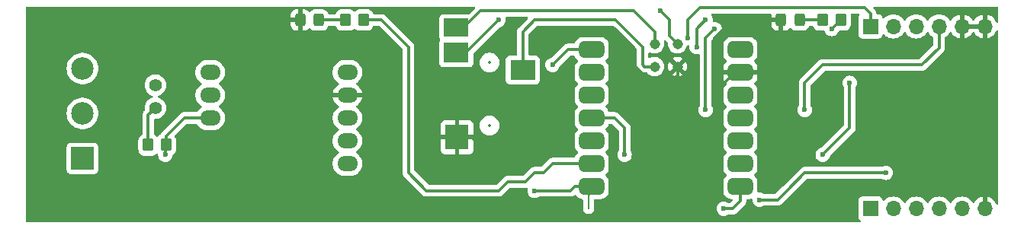
<source format=gtl>
%TF.GenerationSoftware,KiCad,Pcbnew,8.0.3*%
%TF.CreationDate,2024-07-22T20:15:04+05:30*%
%TF.ProjectId,learn_modbus_v1,6c656172-6e5f-46d6-9f64-6275735f7631,rev?*%
%TF.SameCoordinates,Original*%
%TF.FileFunction,Copper,L1,Top*%
%TF.FilePolarity,Positive*%
%FSLAX46Y46*%
G04 Gerber Fmt 4.6, Leading zero omitted, Abs format (unit mm)*
G04 Created by KiCad (PCBNEW 8.0.3) date 2024-07-22 20:15:04*
%MOMM*%
%LPD*%
G01*
G04 APERTURE LIST*
G04 Aperture macros list*
%AMRoundRect*
0 Rectangle with rounded corners*
0 $1 Rounding radius*
0 $2 $3 $4 $5 $6 $7 $8 $9 X,Y pos of 4 corners*
0 Add a 4 corners polygon primitive as box body*
4,1,4,$2,$3,$4,$5,$6,$7,$8,$9,$2,$3,0*
0 Add four circle primitives for the rounded corners*
1,1,$1+$1,$2,$3*
1,1,$1+$1,$4,$5*
1,1,$1+$1,$6,$7*
1,1,$1+$1,$8,$9*
0 Add four rect primitives between the rounded corners*
20,1,$1+$1,$2,$3,$4,$5,0*
20,1,$1+$1,$4,$5,$6,$7,0*
20,1,$1+$1,$6,$7,$8,$9,0*
20,1,$1+$1,$8,$9,$2,$3,0*%
G04 Aperture macros list end*
%TA.AperFunction,SMDPad,CuDef*%
%ADD10RoundRect,0.250000X0.350000X0.450000X-0.350000X0.450000X-0.350000X-0.450000X0.350000X-0.450000X0*%
%TD*%
%TA.AperFunction,SMDPad,CuDef*%
%ADD11RoundRect,0.250000X-0.325000X-0.450000X0.325000X-0.450000X0.325000X0.450000X-0.325000X0.450000X0*%
%TD*%
%TA.AperFunction,ComponentPad*%
%ADD12O,2.300000X1.700000*%
%TD*%
%TA.AperFunction,ComponentPad*%
%ADD13C,1.400000*%
%TD*%
%TA.AperFunction,ComponentPad*%
%ADD14R,2.500000X2.500000*%
%TD*%
%TA.AperFunction,ComponentPad*%
%ADD15C,2.500000*%
%TD*%
%TA.AperFunction,SMDPad,CuDef*%
%ADD16RoundRect,0.250000X-0.350000X-0.450000X0.350000X-0.450000X0.350000X0.450000X-0.350000X0.450000X0*%
%TD*%
%TA.AperFunction,SMDPad,CuDef*%
%ADD17RoundRect,0.450000X-0.950000X-0.450000X0.950000X-0.450000X0.950000X0.450000X-0.950000X0.450000X0*%
%TD*%
%TA.AperFunction,ComponentPad*%
%ADD18C,1.500000*%
%TD*%
%TA.AperFunction,SMDPad,CuDef*%
%ADD19RoundRect,0.450000X0.950000X0.450000X-0.950000X0.450000X-0.950000X-0.450000X0.950000X-0.450000X0*%
%TD*%
%TA.AperFunction,ComponentPad*%
%ADD20C,1.143000*%
%TD*%
%TA.AperFunction,SMDPad,CuDef*%
%ADD21R,2.800000X2.000000*%
%TD*%
%TA.AperFunction,SMDPad,CuDef*%
%ADD22R,2.600000X2.800000*%
%TD*%
%TA.AperFunction,SMDPad,CuDef*%
%ADD23R,2.800000X2.200000*%
%TD*%
%TA.AperFunction,ComponentPad*%
%ADD24R,1.700000X1.700000*%
%TD*%
%TA.AperFunction,ComponentPad*%
%ADD25O,1.700000X1.700000*%
%TD*%
%TA.AperFunction,ViaPad*%
%ADD26C,0.600000*%
%TD*%
%TA.AperFunction,Conductor*%
%ADD27C,0.300000*%
%TD*%
%TA.AperFunction,Conductor*%
%ADD28C,0.200000*%
%TD*%
%ADD29C,0.300000*%
%ADD30C,0.350000*%
G04 APERTURE END LIST*
D10*
%TO.P,R2,1*%
%TO.N,ETH_LED*%
X169000000Y-67000000D03*
%TO.P,R2,2*%
%TO.N,Net-(D2-A)*%
X167000000Y-67000000D03*
%TD*%
D11*
%TO.P,D2,1,K*%
%TO.N,GND*%
X162375000Y-67000000D03*
%TO.P,D2,2,A*%
%TO.N,Net-(D2-A)*%
X164425000Y-67000000D03*
%TD*%
D10*
%TO.P,R1,1*%
%TO.N,RTU_LED*%
X116000000Y-67000000D03*
%TO.P,R1,2*%
%TO.N,Net-(D1-A)*%
X114000000Y-67000000D03*
%TD*%
D11*
%TO.P,D1,1,K*%
%TO.N,GND*%
X108975000Y-67000000D03*
%TO.P,D1,2,A*%
%TO.N,Net-(D1-A)*%
X111025000Y-67000000D03*
%TD*%
D12*
%TO.P,U3,1,VCC*%
%TO.N,PWR_3V3*%
X114220000Y-72820000D03*
%TO.P,U3,2,GND*%
%TO.N,GND*%
X114220000Y-75360000D03*
%TO.P,U3,3,TXD*%
%TO.N,RTU_TX*%
X114220000Y-77900000D03*
%TO.P,U3,4,RXD*%
%TO.N,RTU_RX*%
X114220000Y-80440000D03*
%TO.P,U3,5,CON*%
%TO.N,RTU_EN*%
X114220000Y-82980000D03*
%TO.P,U3,8,B*%
%TO.N,B*%
X98980000Y-77900000D03*
%TO.P,U3,9,A*%
%TO.N,A*%
X98980000Y-75360000D03*
%TO.P,U3,10,RGND*%
%TO.N,RGND*%
X98980000Y-72820000D03*
%TD*%
D13*
%TO.P,JP1,1,A*%
%TO.N,A*%
X92900000Y-74250000D03*
%TO.P,JP1,2,B*%
%TO.N,Net-(JP1-B)*%
X92900000Y-76790000D03*
%TD*%
D14*
%TO.P,J3,1,Pin_1*%
%TO.N,B*%
X84800000Y-82400000D03*
D15*
%TO.P,J3,2,Pin_2*%
%TO.N,A*%
X84800000Y-77400000D03*
%TO.P,J3,3,Pin_3*%
%TO.N,RGND*%
X84800000Y-72400000D03*
%TD*%
D16*
%TO.P,R3,1*%
%TO.N,Net-(JP1-B)*%
X92100000Y-80900000D03*
%TO.P,R3,2*%
%TO.N,B*%
X94100000Y-80900000D03*
%TD*%
D17*
%TO.P,U2,1,PA02_A0_D0*%
%TO.N,RTU_EN*%
X141345000Y-70280000D03*
D18*
X141980000Y-70280000D03*
D17*
%TO.P,U2,2,PA4_A1_D1*%
%TO.N,ETH_INT*%
X141345000Y-72820000D03*
D18*
X141980000Y-72820000D03*
D17*
%TO.P,U2,3,PA10_A2_D2*%
%TO.N,ETH_CS*%
X141345000Y-75360000D03*
D18*
X141980000Y-75360000D03*
D17*
%TO.P,U2,4,PA11_A3_D3*%
%TO.N,ETH_RST*%
X141345000Y-77900000D03*
D18*
X141980000Y-77900000D03*
D17*
%TO.P,U2,5,PA8_A4_D4_SDA*%
%TO.N,ETH_LED*%
X141345000Y-80440000D03*
D18*
X141980000Y-80440000D03*
D17*
%TO.P,U2,6,PA9_A5_D5_SCL*%
%TO.N,RTU_LED*%
X141345000Y-82980000D03*
D18*
X141980000Y-82980000D03*
D17*
%TO.P,U2,7,PB08_A6_D6_TX*%
%TO.N,RTU_RX*%
X141345000Y-85520000D03*
D18*
X141980000Y-85520000D03*
%TO.P,U2,8,PB09_A7_D7_RX*%
%TO.N,RTU_TX*%
X157220000Y-85520000D03*
D19*
X157855000Y-85520000D03*
D18*
%TO.P,U2,9,PA7_A8_D8_SCK*%
%TO.N,ETH_SCLK*%
X157220000Y-82980000D03*
D19*
X157855000Y-82980000D03*
D18*
%TO.P,U2,10,PA5_A9_D9_MISO*%
%TO.N,ETH_MISO*%
X157220000Y-80440000D03*
D19*
X157855000Y-80440000D03*
D18*
%TO.P,U2,11,PA6_A10_D10_MOSI*%
%TO.N,ETH_MOSI*%
X157220000Y-77900000D03*
D19*
X157855000Y-77900000D03*
D18*
%TO.P,U2,12,3V3*%
%TO.N,PWR_3V3*%
X157220000Y-75360000D03*
D19*
X157855000Y-75360000D03*
D18*
%TO.P,U2,13,GND*%
%TO.N,GND*%
X157220000Y-72820000D03*
D19*
X157855000Y-72820000D03*
D18*
%TO.P,U2,14,5V*%
%TO.N,unconnected-(U2-5V-Pad14)_0*%
X157220000Y-70280000D03*
D19*
%TO.N,unconnected-(U2-5V-Pad14)*%
X157855000Y-70280000D03*
D20*
%TO.P,U2,17,PA31_SWDIO*%
%TO.N,PRG_SWDIO*%
X148330000Y-69645000D03*
%TO.P,U2,18,PA30_SWCLK*%
%TO.N,PRG_SWCLK*%
X150870000Y-69645000D03*
%TO.P,U2,19,RESET*%
%TO.N,PRG_RST*%
X148330000Y-72185000D03*
%TO.P,U2,20,GND*%
%TO.N,GND*%
X150870000Y-72185000D03*
%TD*%
D21*
%TO.P,J1,1*%
%TO.N,PRG_SWDIO*%
X126300000Y-67850000D03*
D22*
%TO.P,J1,2*%
%TO.N,GND*%
X126400000Y-80050000D03*
D23*
%TO.P,J1,3*%
%TO.N,PRG_RST*%
X133700000Y-72550000D03*
%TO.P,J1,4*%
%TO.N,PRG_SWCLK*%
X126300000Y-70650000D03*
%TD*%
D24*
%TO.P,U1,1,MISO*%
%TO.N,ETH_MISO*%
X172300000Y-88000000D03*
D25*
%TO.P,U1,2,RST*%
%TO.N,ETH_RST*%
X174840000Y-88000000D03*
%TO.P,U1,3,NC*%
%TO.N,unconnected-(U1-NC-Pad3)*%
X177380000Y-88000000D03*
%TO.P,U1,4,VDD*%
%TO.N,PWR_3V3*%
X179920000Y-88000000D03*
%TO.P,U1,5,VDD*%
X182460000Y-88000000D03*
%TO.P,U1,6,GND*%
%TO.N,GND*%
X185000000Y-88000000D03*
%TO.P,U1,7,GND*%
X185000000Y-67700000D03*
%TO.P,U1,8,GND*%
X182460000Y-67700000D03*
%TO.P,U1,9,MOSI*%
%TO.N,ETH_MOSI*%
X179920000Y-67700000D03*
%TO.P,U1,10,SCLK*%
%TO.N,ETH_SCLK*%
X177380000Y-67700000D03*
%TO.P,U1,11,CS*%
%TO.N,ETH_CS*%
X174840000Y-67700000D03*
D24*
%TO.P,U1,12,INT*%
%TO.N,ETH_INT*%
X172300000Y-67700000D03*
%TD*%
D26*
%TO.N,GND*%
X123000000Y-79000000D03*
%TO.N,PRG_SWCLK*%
X131000000Y-67000000D03*
X149000000Y-66000000D03*
%TO.N,B*%
X94000000Y-82000000D03*
%TO.N,ETH_LED*%
X155000000Y-68000000D03*
X154000000Y-77000000D03*
X168000000Y-68000000D03*
%TO.N,ETH_CS*%
X153000000Y-70000000D03*
X154000000Y-67000000D03*
%TO.N,ETH_INT*%
X152000000Y-69000000D03*
%TO.N,ETH_SCLK*%
X167000000Y-82000000D03*
X170000000Y-74000000D03*
%TO.N,ETH_MOSI*%
X165000000Y-77000000D03*
%TO.N,ETH_RST*%
X160000000Y-87000000D03*
X174000000Y-84000000D03*
X145000000Y-82000000D03*
%TO.N,RTU_EN*%
X137000000Y-72000000D03*
%TO.N,RTU_RX*%
X135000000Y-86000000D03*
%TO.N,RTU_TX*%
X156000000Y-88000000D03*
%TD*%
D27*
%TO.N,GND*%
X144000000Y-68000000D02*
X146000000Y-70000000D01*
X154000000Y-83000000D02*
X151000000Y-83000000D01*
X156000000Y-74000000D02*
X155000000Y-75000000D01*
X146000000Y-70000000D02*
X146000000Y-72000000D01*
X108975000Y-73975000D02*
X108975000Y-67000000D01*
X170000000Y-85000000D02*
X167000000Y-88000000D01*
X163000000Y-88000000D02*
X162000000Y-89000000D01*
X157220000Y-72820000D02*
X155820000Y-72820000D01*
X154000000Y-89000000D02*
X153000000Y-88000000D01*
X136000000Y-79000000D02*
X136000000Y-70000000D01*
X155000000Y-82000000D02*
X154000000Y-83000000D01*
X157000000Y-67000000D02*
X162375000Y-67000000D01*
X146000000Y-72000000D02*
X148000000Y-74000000D01*
X182000000Y-85000000D02*
X170000000Y-85000000D01*
X148000000Y-74000000D02*
X150000000Y-74000000D01*
X136000000Y-70000000D02*
X138000000Y-68000000D01*
X150000000Y-74000000D02*
X150870000Y-73130000D01*
X110360000Y-75360000D02*
X108975000Y-73975000D01*
X153000000Y-88000000D02*
X153000000Y-87000000D01*
X156040000Y-74000000D02*
X156000000Y-74000000D01*
X155000000Y-69000000D02*
X157000000Y-67000000D01*
X124050000Y-80050000D02*
X126400000Y-80050000D01*
X153000000Y-87000000D02*
X154000000Y-86000000D01*
X182460000Y-84540000D02*
X182000000Y-85000000D01*
X114220000Y-75360000D02*
X110360000Y-75360000D01*
X150870000Y-73130000D02*
X150870000Y-72185000D01*
X157220000Y-72820000D02*
X156040000Y-74000000D01*
X123000000Y-79000000D02*
X124050000Y-80050000D01*
X138000000Y-68000000D02*
X144000000Y-68000000D01*
X154000000Y-86000000D02*
X154000000Y-83000000D01*
X129000000Y-81000000D02*
X134000000Y-81000000D01*
X162000000Y-89000000D02*
X154000000Y-89000000D01*
X134000000Y-81000000D02*
X136000000Y-79000000D01*
X167000000Y-88000000D02*
X163000000Y-88000000D01*
X150000000Y-82000000D02*
X150000000Y-74000000D01*
X155000000Y-72000000D02*
X155000000Y-69000000D01*
X155000000Y-75000000D02*
X155000000Y-82000000D01*
X155820000Y-72820000D02*
X155000000Y-72000000D01*
X151000000Y-72315000D02*
X150870000Y-72185000D01*
X182460000Y-67700000D02*
X182460000Y-84540000D01*
X126400000Y-80050000D02*
X128050000Y-80050000D01*
X128050000Y-80050000D02*
X129000000Y-81000000D01*
X151000000Y-83000000D02*
X150000000Y-82000000D01*
%TO.N,Net-(D1-A)*%
X111025000Y-67000000D02*
X114000000Y-67000000D01*
%TO.N,Net-(D2-A)*%
X164425000Y-67000000D02*
X167000000Y-67000000D01*
%TO.N,PRG_RST*%
X135000000Y-67000000D02*
X144000000Y-67000000D01*
X133700000Y-72550000D02*
X133700000Y-68300000D01*
X147000000Y-72000000D02*
X147185000Y-72185000D01*
X147185000Y-72185000D02*
X148330000Y-72185000D01*
X147000000Y-70000000D02*
X147000000Y-72000000D01*
X133700000Y-68300000D02*
X135000000Y-67000000D01*
X144000000Y-67000000D02*
X147000000Y-70000000D01*
%TO.N,PRG_SWCLK*%
X127350000Y-70650000D02*
X129000000Y-69000000D01*
X150000000Y-67000000D02*
X149000000Y-66000000D01*
X126300000Y-70650000D02*
X127350000Y-70650000D01*
X129000000Y-69000000D02*
X131000000Y-67000000D01*
X150000000Y-68775000D02*
X150000000Y-67000000D01*
X150870000Y-69645000D02*
X150000000Y-68775000D01*
X125600000Y-71450000D02*
X126550000Y-71450000D01*
%TO.N,PRG_SWDIO*%
X129000000Y-66000000D02*
X146000000Y-66000000D01*
X146000000Y-66000000D02*
X148330000Y-68330000D01*
X148330000Y-68330000D02*
X148330000Y-69645000D01*
X127150000Y-67850000D02*
X129000000Y-66000000D01*
X126300000Y-67850000D02*
X127150000Y-67850000D01*
D28*
%TO.N,RGND*%
X98560000Y-72400000D02*
X98980000Y-72820000D01*
D27*
%TO.N,B*%
X94100000Y-80900000D02*
X94100000Y-79900000D01*
X94000000Y-81000000D02*
X94100000Y-80900000D01*
X96100000Y-77900000D02*
X98980000Y-77900000D01*
X94100000Y-79900000D02*
X96100000Y-77900000D01*
X94000000Y-82000000D02*
X94000000Y-81000000D01*
%TO.N,Net-(JP1-B)*%
X92100000Y-80900000D02*
X92100000Y-77590000D01*
X92100000Y-77590000D02*
X92900000Y-76790000D01*
%TO.N,RTU_LED*%
X131000000Y-86000000D02*
X123000000Y-86000000D01*
X121000000Y-70000000D02*
X118000000Y-67000000D01*
X135000000Y-84000000D02*
X134000000Y-85000000D01*
X141345000Y-82980000D02*
X137020000Y-82980000D01*
X123000000Y-86000000D02*
X121000000Y-84000000D01*
X132000000Y-85000000D02*
X131000000Y-86000000D01*
X118000000Y-67000000D02*
X116000000Y-67000000D01*
X137020000Y-82980000D02*
X136000000Y-84000000D01*
X134000000Y-85000000D02*
X132000000Y-85000000D01*
X121000000Y-84000000D02*
X121000000Y-70000000D01*
X136000000Y-84000000D02*
X135000000Y-84000000D01*
%TO.N,ETH_LED*%
X154000000Y-77000000D02*
X154000000Y-69000000D01*
X154000000Y-69000000D02*
X155000000Y-68000000D01*
X168000000Y-68000000D02*
X169000000Y-67000000D01*
%TO.N,ETH_CS*%
X153000000Y-70000000D02*
X153000000Y-68000000D01*
X153000000Y-68000000D02*
X154000000Y-67000000D01*
%TO.N,ETH_INT*%
X152000000Y-67000000D02*
X153350000Y-65650000D01*
X172300000Y-66300000D02*
X172300000Y-67700000D01*
X171650000Y-65650000D02*
X172300000Y-66300000D01*
X153350000Y-65650000D02*
X171650000Y-65650000D01*
X152000000Y-69000000D02*
X152000000Y-67000000D01*
%TO.N,ETH_SCLK*%
X167000000Y-82000000D02*
X170000000Y-79000000D01*
X170000000Y-79000000D02*
X170000000Y-74000000D01*
%TO.N,ETH_MOSI*%
X167000000Y-72000000D02*
X178000000Y-72000000D01*
X165000000Y-74000000D02*
X167000000Y-72000000D01*
X178000000Y-72000000D02*
X179920000Y-70080000D01*
X179920000Y-70080000D02*
X179920000Y-67700000D01*
X165000000Y-77000000D02*
X165000000Y-74000000D01*
%TO.N,ETH_RST*%
X145000000Y-82000000D02*
X145000000Y-79000000D01*
X143900000Y-77900000D02*
X141980000Y-77900000D01*
X162000000Y-87000000D02*
X160000000Y-87000000D01*
X163000000Y-86000000D02*
X162000000Y-87000000D01*
X145000000Y-79000000D02*
X143900000Y-77900000D01*
X174000000Y-84000000D02*
X165000000Y-84000000D01*
X165000000Y-84000000D02*
X163000000Y-86000000D01*
%TO.N,RTU_EN*%
X138720000Y-70280000D02*
X141345000Y-70280000D01*
X137000000Y-72000000D02*
X138720000Y-70280000D01*
D28*
%TO.N,RTU_RX*%
X141980000Y-85520000D02*
X141000000Y-86500000D01*
D27*
X135000000Y-86000000D02*
X139000000Y-86000000D01*
X139000000Y-86000000D02*
X139480000Y-85520000D01*
D28*
X141000000Y-86500000D02*
X141000000Y-88000000D01*
D27*
X139480000Y-85520000D02*
X141345000Y-85520000D01*
%TO.N,RTU_TX*%
X157000000Y-88000000D02*
X157855000Y-87145000D01*
X157855000Y-87145000D02*
X157855000Y-85520000D01*
X156000000Y-88000000D02*
X157000000Y-88000000D01*
%TD*%
%TA.AperFunction,Conductor*%
%TO.N,GND*%
G36*
X128347231Y-65520185D02*
G01*
X128392986Y-65572989D01*
X128402930Y-65642147D01*
X128373905Y-65705703D01*
X128367876Y-65712177D01*
X128029102Y-66050951D01*
X127766872Y-66313181D01*
X127705549Y-66346666D01*
X127679191Y-66349500D01*
X124852129Y-66349500D01*
X124852123Y-66349501D01*
X124792516Y-66355908D01*
X124657671Y-66406202D01*
X124657664Y-66406206D01*
X124542455Y-66492452D01*
X124542452Y-66492455D01*
X124456206Y-66607664D01*
X124456202Y-66607671D01*
X124405908Y-66742517D01*
X124399501Y-66802116D01*
X124399500Y-66802135D01*
X124399500Y-68897870D01*
X124399501Y-68897876D01*
X124405908Y-68957483D01*
X124456202Y-69092328D01*
X124456203Y-69092330D01*
X124481176Y-69125690D01*
X124505592Y-69191155D01*
X124490740Y-69259428D01*
X124481176Y-69274310D01*
X124456203Y-69307669D01*
X124456202Y-69307671D01*
X124405908Y-69442517D01*
X124399501Y-69502116D01*
X124399500Y-69502135D01*
X124399500Y-71797870D01*
X124399501Y-71797876D01*
X124405908Y-71857483D01*
X124456202Y-71992328D01*
X124456206Y-71992335D01*
X124542452Y-72107544D01*
X124542455Y-72107547D01*
X124657664Y-72193793D01*
X124657671Y-72193797D01*
X124792517Y-72244091D01*
X124792516Y-72244091D01*
X124799444Y-72244835D01*
X124852127Y-72250500D01*
X127747872Y-72250499D01*
X127807483Y-72244091D01*
X127942331Y-72193796D01*
X128057546Y-72107546D01*
X128143796Y-71992331D01*
X128194091Y-71857483D01*
X128200500Y-71797873D01*
X128200500Y-71663389D01*
X128899500Y-71663389D01*
X128899500Y-71836611D01*
X128902806Y-71857482D01*
X128925378Y-72000003D01*
X128926598Y-72007701D01*
X128980127Y-72172445D01*
X129058768Y-72326788D01*
X129160586Y-72466928D01*
X129283072Y-72589414D01*
X129423212Y-72691232D01*
X129577555Y-72769873D01*
X129742299Y-72823402D01*
X129913389Y-72850500D01*
X129913390Y-72850500D01*
X130086610Y-72850500D01*
X130086611Y-72850500D01*
X130257701Y-72823402D01*
X130422445Y-72769873D01*
X130576788Y-72691232D01*
X130716928Y-72589414D01*
X130839414Y-72466928D01*
X130941232Y-72326788D01*
X131019873Y-72172445D01*
X131073402Y-72007701D01*
X131100500Y-71836611D01*
X131100500Y-71663389D01*
X131073402Y-71492299D01*
X131019873Y-71327555D01*
X130941232Y-71173212D01*
X130839414Y-71033072D01*
X130716928Y-70910586D01*
X130576788Y-70808768D01*
X130422445Y-70730127D01*
X130257701Y-70676598D01*
X130257699Y-70676597D01*
X130257698Y-70676597D01*
X130126271Y-70655781D01*
X130086611Y-70649500D01*
X129913389Y-70649500D01*
X129873728Y-70655781D01*
X129742302Y-70676597D01*
X129730305Y-70680495D01*
X129610428Y-70719446D01*
X129577552Y-70730128D01*
X129423211Y-70808768D01*
X129400182Y-70825500D01*
X129283072Y-70910586D01*
X129283070Y-70910588D01*
X129283069Y-70910588D01*
X129160588Y-71033069D01*
X129160588Y-71033070D01*
X129160586Y-71033072D01*
X129123290Y-71084405D01*
X129058768Y-71173211D01*
X128980128Y-71327552D01*
X128980127Y-71327554D01*
X128980127Y-71327555D01*
X128964874Y-71374499D01*
X128926597Y-71492302D01*
X128906065Y-71621937D01*
X128899500Y-71663389D01*
X128200500Y-71663389D01*
X128200499Y-70770806D01*
X128220183Y-70703768D01*
X128236813Y-70683131D01*
X129505276Y-69414670D01*
X129505276Y-69414669D01*
X131098224Y-67821720D01*
X131159545Y-67788237D01*
X131172019Y-67786183D01*
X131179255Y-67785368D01*
X131349522Y-67725789D01*
X131502262Y-67629816D01*
X131629816Y-67502262D01*
X131725789Y-67349522D01*
X131785368Y-67179255D01*
X131798244Y-67064977D01*
X131805565Y-67000003D01*
X131805565Y-66999996D01*
X131785369Y-66820750D01*
X131785367Y-66820742D01*
X131783517Y-66815454D01*
X131779956Y-66745675D01*
X131814685Y-66685048D01*
X131876678Y-66652821D01*
X131900559Y-66650500D01*
X134130192Y-66650500D01*
X134197231Y-66670185D01*
X134242986Y-66722989D01*
X134252930Y-66792147D01*
X134223905Y-66855703D01*
X134217873Y-66862181D01*
X133194725Y-67885328D01*
X133194719Y-67885336D01*
X133160913Y-67935930D01*
X133160914Y-67935931D01*
X133123534Y-67991874D01*
X133074499Y-68110255D01*
X133074497Y-68110261D01*
X133049500Y-68235928D01*
X133049500Y-70825500D01*
X133029815Y-70892539D01*
X132977011Y-70938294D01*
X132925500Y-70949500D01*
X132252129Y-70949500D01*
X132252123Y-70949501D01*
X132192516Y-70955908D01*
X132057671Y-71006202D01*
X132057664Y-71006206D01*
X131942455Y-71092452D01*
X131942452Y-71092455D01*
X131856206Y-71207664D01*
X131856202Y-71207671D01*
X131805908Y-71342517D01*
X131802470Y-71374499D01*
X131799501Y-71402123D01*
X131799500Y-71402135D01*
X131799500Y-73697870D01*
X131799501Y-73697876D01*
X131805908Y-73757483D01*
X131856202Y-73892328D01*
X131856206Y-73892335D01*
X131942452Y-74007544D01*
X131942455Y-74007547D01*
X132057664Y-74093793D01*
X132057671Y-74093797D01*
X132192517Y-74144091D01*
X132192516Y-74144091D01*
X132199444Y-74144835D01*
X132252127Y-74150500D01*
X135147872Y-74150499D01*
X135207483Y-74144091D01*
X135342331Y-74093796D01*
X135457546Y-74007546D01*
X135543796Y-73892331D01*
X135594091Y-73757483D01*
X135600500Y-73697873D01*
X135600499Y-71402128D01*
X135594091Y-71342517D01*
X135588509Y-71327552D01*
X135543797Y-71207671D01*
X135543793Y-71207664D01*
X135457547Y-71092455D01*
X135457544Y-71092452D01*
X135342335Y-71006206D01*
X135342328Y-71006202D01*
X135207482Y-70955908D01*
X135207483Y-70955908D01*
X135147883Y-70949501D01*
X135147881Y-70949500D01*
X135147873Y-70949500D01*
X135147865Y-70949500D01*
X134474500Y-70949500D01*
X134407461Y-70929815D01*
X134361706Y-70877011D01*
X134350500Y-70825500D01*
X134350500Y-68620808D01*
X134370185Y-68553769D01*
X134386819Y-68533127D01*
X135233127Y-67686819D01*
X135294450Y-67653334D01*
X135320808Y-67650500D01*
X143679192Y-67650500D01*
X143746231Y-67670185D01*
X143766873Y-67686819D01*
X146313181Y-70233127D01*
X146346666Y-70294450D01*
X146349500Y-70320808D01*
X146349500Y-72064071D01*
X146358161Y-72107611D01*
X146371058Y-72172445D01*
X146374499Y-72189744D01*
X146423535Y-72308127D01*
X146494047Y-72413657D01*
X146494726Y-72414673D01*
X146770325Y-72690272D01*
X146770332Y-72690278D01*
X146876863Y-72761459D01*
X146876867Y-72761461D01*
X146876874Y-72761466D01*
X146934580Y-72785368D01*
X146995256Y-72810501D01*
X146995260Y-72810501D01*
X146995261Y-72810502D01*
X147120928Y-72835500D01*
X147120931Y-72835500D01*
X147120932Y-72835500D01*
X147249069Y-72835500D01*
X147416161Y-72835500D01*
X147483200Y-72855185D01*
X147515114Y-72884773D01*
X147534388Y-72910296D01*
X147534391Y-72910298D01*
X147534393Y-72910301D01*
X147551928Y-72926286D01*
X147681208Y-73044140D01*
X147850121Y-73148727D01*
X148035376Y-73220495D01*
X148230665Y-73257000D01*
X148230668Y-73257000D01*
X148429332Y-73257000D01*
X148429335Y-73257000D01*
X148624624Y-73220495D01*
X148809879Y-73148727D01*
X148890940Y-73098536D01*
X150310015Y-73098536D01*
X150310015Y-73098537D01*
X150390341Y-73148274D01*
X150390348Y-73148277D01*
X150575511Y-73220009D01*
X150575516Y-73220010D01*
X150770713Y-73256500D01*
X150969287Y-73256500D01*
X151164483Y-73220010D01*
X151164484Y-73220010D01*
X151349654Y-73148275D01*
X151349664Y-73148270D01*
X151429983Y-73098537D01*
X151429984Y-73098536D01*
X150870001Y-72538553D01*
X150870000Y-72538553D01*
X150310015Y-73098536D01*
X148890940Y-73098536D01*
X148978792Y-73044140D01*
X149125612Y-72910296D01*
X149245338Y-72751753D01*
X149333893Y-72573910D01*
X149333893Y-72573907D01*
X149333895Y-72573905D01*
X149379489Y-72413657D01*
X149388262Y-72382823D01*
X149406593Y-72185000D01*
X149406593Y-72184999D01*
X149793910Y-72184999D01*
X149793910Y-72185000D01*
X149812231Y-72382730D01*
X149866575Y-72573726D01*
X149866580Y-72573739D01*
X149953383Y-72748062D01*
X149953384Y-72748062D01*
X150516447Y-72185000D01*
X150478827Y-72147380D01*
X150584250Y-72147380D01*
X150584250Y-72222620D01*
X150603723Y-72295295D01*
X150641343Y-72360455D01*
X150694545Y-72413657D01*
X150759705Y-72451277D01*
X150832380Y-72470750D01*
X150907620Y-72470750D01*
X150980295Y-72451277D01*
X151045455Y-72413657D01*
X151098657Y-72360455D01*
X151136277Y-72295295D01*
X151155750Y-72222620D01*
X151155750Y-72184999D01*
X151223553Y-72184999D01*
X151223553Y-72185000D01*
X151786614Y-72748061D01*
X151786615Y-72748061D01*
X151873421Y-72573733D01*
X151873427Y-72573718D01*
X151927767Y-72382732D01*
X151927768Y-72382730D01*
X151946090Y-72185000D01*
X151946090Y-72184999D01*
X151927768Y-71987269D01*
X151927767Y-71987267D01*
X151873427Y-71796281D01*
X151873421Y-71796266D01*
X151786615Y-71621937D01*
X151786614Y-71621937D01*
X151223553Y-72184999D01*
X151155750Y-72184999D01*
X151155750Y-72147380D01*
X151136277Y-72074705D01*
X151098657Y-72009545D01*
X151045455Y-71956343D01*
X150980295Y-71918723D01*
X150907620Y-71899250D01*
X150832380Y-71899250D01*
X150759705Y-71918723D01*
X150694545Y-71956343D01*
X150641343Y-72009545D01*
X150603723Y-72074705D01*
X150584250Y-72147380D01*
X150478827Y-72147380D01*
X149953383Y-71621936D01*
X149866580Y-71796260D01*
X149866575Y-71796273D01*
X149812231Y-71987269D01*
X149793910Y-72184999D01*
X149406593Y-72184999D01*
X149402272Y-72138374D01*
X149388262Y-71987177D01*
X149388261Y-71987174D01*
X149333895Y-71796094D01*
X149333892Y-71796088D01*
X149330806Y-71789890D01*
X149245338Y-71618247D01*
X149154333Y-71497737D01*
X149125610Y-71459701D01*
X148978793Y-71325861D01*
X148978792Y-71325860D01*
X148914467Y-71286031D01*
X148890937Y-71271462D01*
X150310014Y-71271462D01*
X150870000Y-71831447D01*
X150870001Y-71831447D01*
X151429984Y-71271462D01*
X151349655Y-71221724D01*
X151349651Y-71221722D01*
X151164488Y-71149990D01*
X151164483Y-71149989D01*
X150969287Y-71113500D01*
X150770713Y-71113500D01*
X150575516Y-71149989D01*
X150575511Y-71149990D01*
X150390350Y-71221721D01*
X150390341Y-71221725D01*
X150310015Y-71271461D01*
X150310014Y-71271462D01*
X148890937Y-71271462D01*
X148809880Y-71221273D01*
X148809878Y-71221272D01*
X148624627Y-71149506D01*
X148624626Y-71149505D01*
X148624624Y-71149505D01*
X148429335Y-71113000D01*
X148230665Y-71113000D01*
X148035376Y-71149505D01*
X148035374Y-71149505D01*
X148035372Y-71149506D01*
X147850121Y-71221272D01*
X147850119Y-71221273D01*
X147839778Y-71227677D01*
X147772417Y-71246233D01*
X147705718Y-71225425D01*
X147660856Y-71171860D01*
X147650500Y-71122250D01*
X147650500Y-70707749D01*
X147670185Y-70640710D01*
X147722989Y-70594955D01*
X147792147Y-70585011D01*
X147839779Y-70602323D01*
X147850121Y-70608727D01*
X148035376Y-70680495D01*
X148230665Y-70717000D01*
X148230668Y-70717000D01*
X148429332Y-70717000D01*
X148429335Y-70717000D01*
X148624624Y-70680495D01*
X148809879Y-70608727D01*
X148978792Y-70504140D01*
X149125612Y-70370296D01*
X149245338Y-70211753D01*
X149333893Y-70033910D01*
X149333893Y-70033907D01*
X149333895Y-70033905D01*
X149374083Y-69892658D01*
X149388262Y-69842823D01*
X149406593Y-69645000D01*
X149388262Y-69447177D01*
X149374182Y-69397691D01*
X149374768Y-69327824D01*
X149413035Y-69269365D01*
X149476832Y-69240875D01*
X149545905Y-69251399D01*
X149581129Y-69276076D01*
X149765530Y-69460476D01*
X149799015Y-69521799D01*
X149801320Y-69559597D01*
X149793407Y-69644997D01*
X149793407Y-69645000D01*
X149811737Y-69842822D01*
X149811738Y-69842825D01*
X149866104Y-70033905D01*
X149866107Y-70033911D01*
X149954662Y-70211753D01*
X150074389Y-70370298D01*
X150190499Y-70476145D01*
X150221208Y-70504140D01*
X150349858Y-70583797D01*
X150367878Y-70594955D01*
X150390121Y-70608727D01*
X150575376Y-70680495D01*
X150770665Y-70717000D01*
X150770668Y-70717000D01*
X150969332Y-70717000D01*
X150969335Y-70717000D01*
X151164624Y-70680495D01*
X151349879Y-70608727D01*
X151518792Y-70504140D01*
X151665612Y-70370296D01*
X151785338Y-70211753D01*
X151873893Y-70033910D01*
X151873893Y-70033907D01*
X151873895Y-70033905D01*
X151914083Y-69892658D01*
X151951362Y-69833565D01*
X152014671Y-69804007D01*
X152019464Y-69803372D01*
X152024291Y-69802828D01*
X152064610Y-69798285D01*
X152133431Y-69810339D01*
X152184811Y-69857688D01*
X152202436Y-69925298D01*
X152201714Y-69935388D01*
X152194435Y-69999995D01*
X152194435Y-70000003D01*
X152214630Y-70179249D01*
X152214631Y-70179254D01*
X152274211Y-70349523D01*
X152370184Y-70502262D01*
X152497738Y-70629816D01*
X152572191Y-70676598D01*
X152621767Y-70707749D01*
X152650478Y-70725789D01*
X152779132Y-70770807D01*
X152820745Y-70785368D01*
X152820750Y-70785369D01*
X152999996Y-70805565D01*
X153000000Y-70805565D01*
X153000004Y-70805565D01*
X153179246Y-70785369D01*
X153179245Y-70785369D01*
X153179255Y-70785368D01*
X153184542Y-70783517D01*
X153254316Y-70779952D01*
X153314945Y-70814676D01*
X153347177Y-70876667D01*
X153349500Y-70900557D01*
X153349500Y-76494931D01*
X153330494Y-76560903D01*
X153274211Y-76650477D01*
X153274209Y-76650481D01*
X153214633Y-76820737D01*
X153214630Y-76820750D01*
X153194435Y-76999996D01*
X153194435Y-77000003D01*
X153214630Y-77179249D01*
X153214631Y-77179254D01*
X153274211Y-77349523D01*
X153321443Y-77424691D01*
X153370184Y-77502262D01*
X153497738Y-77629816D01*
X153650478Y-77725789D01*
X153725742Y-77752125D01*
X153820745Y-77785368D01*
X153820750Y-77785369D01*
X153999996Y-77805565D01*
X154000000Y-77805565D01*
X154000004Y-77805565D01*
X154179249Y-77785369D01*
X154179252Y-77785368D01*
X154179255Y-77785368D01*
X154349522Y-77725789D01*
X154502262Y-77629816D01*
X154629816Y-77502262D01*
X154725789Y-77349522D01*
X154785368Y-77179255D01*
X154785810Y-77175331D01*
X154805565Y-77000003D01*
X154805565Y-76999996D01*
X154785369Y-76820750D01*
X154785366Y-76820737D01*
X154725790Y-76650481D01*
X154725789Y-76650478D01*
X154693219Y-76598643D01*
X154669506Y-76560903D01*
X154650500Y-76494931D01*
X154650500Y-69320807D01*
X154670185Y-69253768D01*
X154686815Y-69233130D01*
X155098224Y-68821720D01*
X155159545Y-68788237D01*
X155172019Y-68786183D01*
X155179255Y-68785368D01*
X155349522Y-68725789D01*
X155502262Y-68629816D01*
X155629816Y-68502262D01*
X155725789Y-68349522D01*
X155785368Y-68179255D01*
X155789762Y-68140256D01*
X155805565Y-68000003D01*
X155805565Y-67999996D01*
X155785369Y-67820750D01*
X155785368Y-67820745D01*
X155767379Y-67769336D01*
X155725789Y-67650478D01*
X155631229Y-67499986D01*
X161300001Y-67499986D01*
X161310494Y-67602697D01*
X161365641Y-67769119D01*
X161365643Y-67769124D01*
X161457684Y-67918345D01*
X161581654Y-68042315D01*
X161730875Y-68134356D01*
X161730880Y-68134358D01*
X161897302Y-68189505D01*
X161897309Y-68189506D01*
X162000019Y-68199999D01*
X162124999Y-68199999D01*
X162125000Y-68199998D01*
X162125000Y-67250000D01*
X161300001Y-67250000D01*
X161300001Y-67499986D01*
X155631229Y-67499986D01*
X155629816Y-67497738D01*
X155502262Y-67370184D01*
X155423681Y-67320808D01*
X155349523Y-67274211D01*
X155179254Y-67214631D01*
X155179249Y-67214630D01*
X155000004Y-67194435D01*
X154999996Y-67194435D01*
X154935388Y-67201714D01*
X154866566Y-67189659D01*
X154815187Y-67142310D01*
X154797563Y-67074699D01*
X154798285Y-67064610D01*
X154805565Y-67000002D01*
X154805565Y-66999996D01*
X154785369Y-66820750D01*
X154785368Y-66820745D01*
X154757995Y-66742517D01*
X154725789Y-66650478D01*
X154629816Y-66497738D01*
X154629815Y-66497737D01*
X154626111Y-66491842D01*
X154628409Y-66490397D01*
X154606659Y-66437151D01*
X154619401Y-66368453D01*
X154667261Y-66317550D01*
X154730012Y-66300500D01*
X161183070Y-66300500D01*
X161250109Y-66320185D01*
X161295864Y-66372989D01*
X161306428Y-66437103D01*
X161300000Y-66500013D01*
X161300000Y-66750000D01*
X162501000Y-66750000D01*
X162568039Y-66769685D01*
X162613794Y-66822489D01*
X162625000Y-66874000D01*
X162625000Y-68199999D01*
X162749972Y-68199999D01*
X162749986Y-68199998D01*
X162852697Y-68189505D01*
X163019119Y-68134358D01*
X163019124Y-68134356D01*
X163168345Y-68042315D01*
X163292318Y-67918342D01*
X163294165Y-67915348D01*
X163295969Y-67913724D01*
X163296798Y-67912677D01*
X163296976Y-67912818D01*
X163346110Y-67868621D01*
X163415073Y-67857396D01*
X163479156Y-67885236D01*
X163505243Y-67915341D01*
X163507288Y-67918656D01*
X163631344Y-68042712D01*
X163780666Y-68134814D01*
X163947203Y-68189999D01*
X164049991Y-68200500D01*
X164800008Y-68200499D01*
X164800016Y-68200498D01*
X164800019Y-68200498D01*
X164856302Y-68194748D01*
X164902797Y-68189999D01*
X165069334Y-68134814D01*
X165218656Y-68042712D01*
X165342712Y-67918656D01*
X165434814Y-67769334D01*
X165446028Y-67735494D01*
X165485801Y-67678050D01*
X165550317Y-67651228D01*
X165563733Y-67650500D01*
X165836267Y-67650500D01*
X165903306Y-67670185D01*
X165949061Y-67722989D01*
X165953972Y-67735494D01*
X165964189Y-67766325D01*
X165965186Y-67769334D01*
X166057288Y-67918656D01*
X166181344Y-68042712D01*
X166330666Y-68134814D01*
X166497203Y-68189999D01*
X166599991Y-68200500D01*
X167134083Y-68200499D01*
X167201122Y-68220183D01*
X167246877Y-68272987D01*
X167251124Y-68283544D01*
X167274210Y-68349521D01*
X167274212Y-68349524D01*
X167370184Y-68502262D01*
X167497738Y-68629816D01*
X167650478Y-68725789D01*
X167761368Y-68764591D01*
X167820745Y-68785368D01*
X167820750Y-68785369D01*
X167999996Y-68805565D01*
X168000000Y-68805565D01*
X168000004Y-68805565D01*
X168179249Y-68785369D01*
X168179252Y-68785368D01*
X168179255Y-68785368D01*
X168349522Y-68725789D01*
X168502262Y-68629816D01*
X168629816Y-68502262D01*
X168725789Y-68349522D01*
X168748875Y-68283544D01*
X168789597Y-68226769D01*
X168854549Y-68201021D01*
X168865917Y-68200499D01*
X169400002Y-68200499D01*
X169400008Y-68200499D01*
X169502797Y-68189999D01*
X169669334Y-68134814D01*
X169818656Y-68042712D01*
X169942712Y-67918656D01*
X170034814Y-67769334D01*
X170089999Y-67602797D01*
X170100500Y-67500009D01*
X170100499Y-66499992D01*
X170100498Y-66499980D01*
X170094075Y-66437101D01*
X170106845Y-66368408D01*
X170154726Y-66317524D01*
X170217433Y-66300500D01*
X170988429Y-66300500D01*
X171055468Y-66320185D01*
X171101223Y-66372989D01*
X171111167Y-66442147D01*
X171087695Y-66498811D01*
X171006206Y-66607664D01*
X171006202Y-66607671D01*
X170955908Y-66742517D01*
X170949501Y-66802116D01*
X170949500Y-66802135D01*
X170949500Y-68597870D01*
X170949501Y-68597876D01*
X170955908Y-68657483D01*
X171006202Y-68792328D01*
X171006206Y-68792335D01*
X171092452Y-68907544D01*
X171092455Y-68907547D01*
X171207664Y-68993793D01*
X171207671Y-68993797D01*
X171342517Y-69044091D01*
X171342516Y-69044091D01*
X171349444Y-69044835D01*
X171402127Y-69050500D01*
X173197872Y-69050499D01*
X173257483Y-69044091D01*
X173392331Y-68993796D01*
X173507546Y-68907546D01*
X173593796Y-68792331D01*
X173642810Y-68660916D01*
X173684681Y-68604984D01*
X173750145Y-68580566D01*
X173818418Y-68595417D01*
X173846673Y-68616569D01*
X173968599Y-68738495D01*
X174056014Y-68799704D01*
X174162165Y-68874032D01*
X174162167Y-68874033D01*
X174162170Y-68874035D01*
X174376337Y-68973903D01*
X174604592Y-69035063D01*
X174781034Y-69050500D01*
X174839999Y-69055659D01*
X174840000Y-69055659D01*
X174840001Y-69055659D01*
X174898966Y-69050500D01*
X175075408Y-69035063D01*
X175303663Y-68973903D01*
X175517830Y-68874035D01*
X175711401Y-68738495D01*
X175878495Y-68571401D01*
X176008425Y-68385842D01*
X176063002Y-68342217D01*
X176132500Y-68335023D01*
X176194855Y-68366546D01*
X176211575Y-68385842D01*
X176341281Y-68571082D01*
X176341505Y-68571401D01*
X176508599Y-68738495D01*
X176596014Y-68799704D01*
X176702165Y-68874032D01*
X176702167Y-68874033D01*
X176702170Y-68874035D01*
X176916337Y-68973903D01*
X177144592Y-69035063D01*
X177321034Y-69050500D01*
X177379999Y-69055659D01*
X177380000Y-69055659D01*
X177380001Y-69055659D01*
X177438966Y-69050500D01*
X177615408Y-69035063D01*
X177843663Y-68973903D01*
X178057830Y-68874035D01*
X178251401Y-68738495D01*
X178418495Y-68571401D01*
X178548425Y-68385842D01*
X178603002Y-68342217D01*
X178672500Y-68335023D01*
X178734855Y-68366546D01*
X178751575Y-68385842D01*
X178881501Y-68571396D01*
X178881506Y-68571402D01*
X179048597Y-68738493D01*
X179048603Y-68738498D01*
X179216623Y-68856147D01*
X179260248Y-68910724D01*
X179269500Y-68957722D01*
X179269500Y-69759192D01*
X179249815Y-69826231D01*
X179233181Y-69846873D01*
X177766873Y-71313181D01*
X177705550Y-71346666D01*
X177679192Y-71349500D01*
X166935929Y-71349500D01*
X166810261Y-71374497D01*
X166810255Y-71374499D01*
X166691875Y-71423533D01*
X166691866Y-71423538D01*
X166585331Y-71494723D01*
X166585327Y-71494726D01*
X164494727Y-73585325D01*
X164494724Y-73585328D01*
X164451193Y-73650477D01*
X164451194Y-73650478D01*
X164423534Y-73691874D01*
X164374499Y-73810255D01*
X164374497Y-73810261D01*
X164349500Y-73935928D01*
X164349500Y-76494931D01*
X164330494Y-76560903D01*
X164274211Y-76650477D01*
X164274209Y-76650481D01*
X164214633Y-76820737D01*
X164214630Y-76820750D01*
X164194435Y-76999996D01*
X164194435Y-77000003D01*
X164214630Y-77179249D01*
X164214631Y-77179254D01*
X164274211Y-77349523D01*
X164321443Y-77424691D01*
X164370184Y-77502262D01*
X164497738Y-77629816D01*
X164650478Y-77725789D01*
X164725742Y-77752125D01*
X164820745Y-77785368D01*
X164820750Y-77785369D01*
X164999996Y-77805565D01*
X165000000Y-77805565D01*
X165000004Y-77805565D01*
X165179249Y-77785369D01*
X165179252Y-77785368D01*
X165179255Y-77785368D01*
X165349522Y-77725789D01*
X165502262Y-77629816D01*
X165629816Y-77502262D01*
X165725789Y-77349522D01*
X165785368Y-77179255D01*
X165785810Y-77175331D01*
X165805565Y-77000003D01*
X165805565Y-76999996D01*
X165785369Y-76820750D01*
X165785366Y-76820737D01*
X165725790Y-76650481D01*
X165725789Y-76650478D01*
X165693219Y-76598643D01*
X165669506Y-76560903D01*
X165650500Y-76494931D01*
X165650500Y-74320807D01*
X165670185Y-74253768D01*
X165686819Y-74233126D01*
X167233126Y-72686819D01*
X167294449Y-72653334D01*
X167320807Y-72650500D01*
X178064071Y-72650500D01*
X178148615Y-72633682D01*
X178189744Y-72625501D01*
X178308127Y-72576465D01*
X178311951Y-72573910D01*
X178414669Y-72505277D01*
X180425277Y-70494669D01*
X180496465Y-70388127D01*
X180545501Y-70269744D01*
X180552346Y-70235331D01*
X180570500Y-70144069D01*
X180570500Y-68957722D01*
X180590185Y-68890683D01*
X180623377Y-68856147D01*
X180695615Y-68805565D01*
X180791401Y-68738495D01*
X180958495Y-68571401D01*
X181088730Y-68385405D01*
X181143307Y-68341781D01*
X181212805Y-68334587D01*
X181275160Y-68366110D01*
X181291879Y-68385405D01*
X181421890Y-68571078D01*
X181588917Y-68738105D01*
X181782421Y-68873600D01*
X181996507Y-68973429D01*
X181996516Y-68973433D01*
X182210000Y-69030634D01*
X182210000Y-68133012D01*
X182267007Y-68165925D01*
X182394174Y-68200000D01*
X182525826Y-68200000D01*
X182652993Y-68165925D01*
X182710000Y-68133012D01*
X182710000Y-69030633D01*
X182923483Y-68973433D01*
X182923492Y-68973429D01*
X183137578Y-68873600D01*
X183331082Y-68738105D01*
X183498105Y-68571082D01*
X183628425Y-68384968D01*
X183683002Y-68341344D01*
X183752501Y-68334151D01*
X183814855Y-68365673D01*
X183831575Y-68384968D01*
X183961894Y-68571082D01*
X184128917Y-68738105D01*
X184322421Y-68873600D01*
X184536507Y-68973429D01*
X184536516Y-68973433D01*
X184750000Y-69030634D01*
X184750000Y-68133012D01*
X184807007Y-68165925D01*
X184934174Y-68200000D01*
X185065826Y-68200000D01*
X185192993Y-68165925D01*
X185250000Y-68133012D01*
X185250000Y-69030633D01*
X185463483Y-68973433D01*
X185463492Y-68973429D01*
X185677578Y-68873600D01*
X185871082Y-68738105D01*
X186038105Y-68571082D01*
X186173600Y-68377578D01*
X186263118Y-68185606D01*
X186309290Y-68133167D01*
X186376484Y-68114015D01*
X186443365Y-68134231D01*
X186488699Y-68187396D01*
X186499500Y-68238011D01*
X186499500Y-87461988D01*
X186479815Y-87529027D01*
X186427011Y-87574782D01*
X186357853Y-87584726D01*
X186294297Y-87555701D01*
X186263118Y-87514393D01*
X186173600Y-87322422D01*
X186173599Y-87322420D01*
X186038113Y-87128926D01*
X186038108Y-87128920D01*
X185871082Y-86961894D01*
X185677578Y-86826399D01*
X185463492Y-86726570D01*
X185463486Y-86726567D01*
X185250000Y-86669364D01*
X185250000Y-87566988D01*
X185192993Y-87534075D01*
X185065826Y-87500000D01*
X184934174Y-87500000D01*
X184807007Y-87534075D01*
X184750000Y-87566988D01*
X184750000Y-86669364D01*
X184749999Y-86669364D01*
X184536513Y-86726567D01*
X184536507Y-86726570D01*
X184322422Y-86826399D01*
X184322420Y-86826400D01*
X184128926Y-86961886D01*
X184128920Y-86961891D01*
X183961891Y-87128920D01*
X183961890Y-87128922D01*
X183831880Y-87314595D01*
X183777303Y-87358219D01*
X183707804Y-87365412D01*
X183645450Y-87333890D01*
X183628730Y-87314594D01*
X183498494Y-87128597D01*
X183331402Y-86961506D01*
X183331395Y-86961501D01*
X183137834Y-86825967D01*
X183137830Y-86825965D01*
X183094082Y-86805565D01*
X182923663Y-86726097D01*
X182923659Y-86726096D01*
X182923655Y-86726094D01*
X182695413Y-86664938D01*
X182695403Y-86664936D01*
X182460001Y-86644341D01*
X182459999Y-86644341D01*
X182224596Y-86664936D01*
X182224586Y-86664938D01*
X181996344Y-86726094D01*
X181996335Y-86726098D01*
X181782171Y-86825964D01*
X181782169Y-86825965D01*
X181588597Y-86961505D01*
X181421505Y-87128597D01*
X181291575Y-87314158D01*
X181236998Y-87357783D01*
X181167500Y-87364977D01*
X181105145Y-87333454D01*
X181088425Y-87314158D01*
X180958494Y-87128597D01*
X180791402Y-86961506D01*
X180791395Y-86961501D01*
X180597834Y-86825967D01*
X180597830Y-86825965D01*
X180554082Y-86805565D01*
X180383663Y-86726097D01*
X180383659Y-86726096D01*
X180383655Y-86726094D01*
X180155413Y-86664938D01*
X180155403Y-86664936D01*
X179920001Y-86644341D01*
X179919999Y-86644341D01*
X179684596Y-86664936D01*
X179684586Y-86664938D01*
X179456344Y-86726094D01*
X179456335Y-86726098D01*
X179242171Y-86825964D01*
X179242169Y-86825965D01*
X179048597Y-86961505D01*
X178881505Y-87128597D01*
X178751575Y-87314158D01*
X178696998Y-87357783D01*
X178627500Y-87364977D01*
X178565145Y-87333454D01*
X178548425Y-87314158D01*
X178418494Y-87128597D01*
X178251402Y-86961506D01*
X178251395Y-86961501D01*
X178057834Y-86825967D01*
X178057830Y-86825965D01*
X178014082Y-86805565D01*
X177843663Y-86726097D01*
X177843659Y-86726096D01*
X177843655Y-86726094D01*
X177615413Y-86664938D01*
X177615403Y-86664936D01*
X177380001Y-86644341D01*
X177379999Y-86644341D01*
X177144596Y-86664936D01*
X177144586Y-86664938D01*
X176916344Y-86726094D01*
X176916335Y-86726098D01*
X176702171Y-86825964D01*
X176702169Y-86825965D01*
X176508597Y-86961505D01*
X176341505Y-87128597D01*
X176211575Y-87314158D01*
X176156998Y-87357783D01*
X176087500Y-87364977D01*
X176025145Y-87333454D01*
X176008425Y-87314158D01*
X175878494Y-87128597D01*
X175711402Y-86961506D01*
X175711395Y-86961501D01*
X175517834Y-86825967D01*
X175517830Y-86825965D01*
X175474082Y-86805565D01*
X175303663Y-86726097D01*
X175303659Y-86726096D01*
X175303655Y-86726094D01*
X175075413Y-86664938D01*
X175075403Y-86664936D01*
X174840001Y-86644341D01*
X174839999Y-86644341D01*
X174604596Y-86664936D01*
X174604586Y-86664938D01*
X174376344Y-86726094D01*
X174376335Y-86726098D01*
X174162171Y-86825964D01*
X174162169Y-86825965D01*
X173968600Y-86961503D01*
X173846673Y-87083430D01*
X173785350Y-87116914D01*
X173715658Y-87111930D01*
X173659725Y-87070058D01*
X173642810Y-87039081D01*
X173593797Y-86907671D01*
X173593793Y-86907664D01*
X173507547Y-86792455D01*
X173507544Y-86792452D01*
X173392335Y-86706206D01*
X173392328Y-86706202D01*
X173257482Y-86655908D01*
X173257483Y-86655908D01*
X173197883Y-86649501D01*
X173197881Y-86649500D01*
X173197873Y-86649500D01*
X173197864Y-86649500D01*
X171402129Y-86649500D01*
X171402123Y-86649501D01*
X171342516Y-86655908D01*
X171207671Y-86706202D01*
X171207664Y-86706206D01*
X171092455Y-86792452D01*
X171092452Y-86792455D01*
X171006206Y-86907664D01*
X171006202Y-86907671D01*
X170955908Y-87042517D01*
X170949501Y-87102116D01*
X170949500Y-87102135D01*
X170949500Y-88897870D01*
X170949501Y-88897876D01*
X170955908Y-88957483D01*
X171006202Y-89092328D01*
X171006206Y-89092335D01*
X171092452Y-89207544D01*
X171092455Y-89207547D01*
X171184208Y-89276234D01*
X171226079Y-89332168D01*
X171231063Y-89401859D01*
X171197577Y-89463182D01*
X171136254Y-89496666D01*
X171109897Y-89499500D01*
X78624500Y-89499500D01*
X78557461Y-89479815D01*
X78511706Y-89427011D01*
X78500500Y-89375500D01*
X78500500Y-81102135D01*
X83049500Y-81102135D01*
X83049500Y-83697870D01*
X83049501Y-83697876D01*
X83055908Y-83757483D01*
X83106202Y-83892328D01*
X83106206Y-83892335D01*
X83192452Y-84007544D01*
X83192455Y-84007547D01*
X83307664Y-84093793D01*
X83307671Y-84093797D01*
X83442517Y-84144091D01*
X83442516Y-84144091D01*
X83449444Y-84144835D01*
X83502127Y-84150500D01*
X86097872Y-84150499D01*
X86157483Y-84144091D01*
X86292331Y-84093796D01*
X86407546Y-84007546D01*
X86493796Y-83892331D01*
X86544091Y-83757483D01*
X86550500Y-83697873D01*
X86550499Y-81102128D01*
X86544091Y-81042517D01*
X86507770Y-80945136D01*
X86493797Y-80907671D01*
X86493793Y-80907664D01*
X86407547Y-80792455D01*
X86407544Y-80792452D01*
X86292335Y-80706206D01*
X86292328Y-80706202D01*
X86157482Y-80655908D01*
X86157483Y-80655908D01*
X86097883Y-80649501D01*
X86097881Y-80649500D01*
X86097873Y-80649500D01*
X86097864Y-80649500D01*
X83502129Y-80649500D01*
X83502123Y-80649501D01*
X83442516Y-80655908D01*
X83307671Y-80706202D01*
X83307664Y-80706206D01*
X83192455Y-80792452D01*
X83192452Y-80792455D01*
X83106206Y-80907664D01*
X83106202Y-80907671D01*
X83055908Y-81042517D01*
X83049501Y-81102116D01*
X83049501Y-81102123D01*
X83049500Y-81102135D01*
X78500500Y-81102135D01*
X78500500Y-80399983D01*
X90999500Y-80399983D01*
X90999500Y-81400001D01*
X90999501Y-81400019D01*
X91010000Y-81502796D01*
X91010001Y-81502799D01*
X91048427Y-81618760D01*
X91065186Y-81669334D01*
X91157288Y-81818656D01*
X91281344Y-81942712D01*
X91430666Y-82034814D01*
X91597203Y-82089999D01*
X91699991Y-82100500D01*
X92500008Y-82100499D01*
X92500016Y-82100498D01*
X92500019Y-82100498D01*
X92556302Y-82094748D01*
X92602797Y-82089999D01*
X92769334Y-82034814D01*
X92918656Y-81942712D01*
X92986152Y-81875215D01*
X93047471Y-81841733D01*
X93117163Y-81846717D01*
X93173097Y-81888588D01*
X93197514Y-81954052D01*
X93197051Y-81976780D01*
X93194436Y-81999996D01*
X93194435Y-82000002D01*
X93194435Y-82000003D01*
X93214630Y-82179249D01*
X93214631Y-82179254D01*
X93274211Y-82349523D01*
X93352967Y-82474862D01*
X93370184Y-82502262D01*
X93497738Y-82629816D01*
X93650478Y-82725789D01*
X93820745Y-82785368D01*
X93820750Y-82785369D01*
X93999996Y-82805565D01*
X94000000Y-82805565D01*
X94000004Y-82805565D01*
X94179249Y-82785369D01*
X94179252Y-82785368D01*
X94179255Y-82785368D01*
X94349522Y-82725789D01*
X94502262Y-82629816D01*
X94629816Y-82502262D01*
X94725789Y-82349522D01*
X94785368Y-82179255D01*
X94785781Y-82175594D01*
X94797298Y-82073371D01*
X94824364Y-82008956D01*
X94855420Y-81981715D01*
X94918656Y-81942712D01*
X95042712Y-81818656D01*
X95134814Y-81669334D01*
X95189999Y-81502797D01*
X95200500Y-81400009D01*
X95200499Y-80399992D01*
X95189999Y-80297203D01*
X95134814Y-80130666D01*
X95054463Y-80000395D01*
X95036024Y-79933006D01*
X95056946Y-79866343D01*
X95072317Y-79847626D01*
X96333126Y-78586819D01*
X96394449Y-78553334D01*
X96420807Y-78550500D01*
X97420382Y-78550500D01*
X97487421Y-78570185D01*
X97521099Y-78604591D01*
X97522085Y-78603875D01*
X97649890Y-78779786D01*
X97800213Y-78930109D01*
X97972179Y-79055048D01*
X97972181Y-79055049D01*
X97972184Y-79055051D01*
X98161588Y-79151557D01*
X98363757Y-79217246D01*
X98573713Y-79250500D01*
X98573714Y-79250500D01*
X99386286Y-79250500D01*
X99386287Y-79250500D01*
X99596243Y-79217246D01*
X99798412Y-79151557D01*
X99987816Y-79055051D01*
X100016704Y-79034063D01*
X100159786Y-78930109D01*
X100159788Y-78930106D01*
X100159792Y-78930104D01*
X100310104Y-78779792D01*
X100310106Y-78779788D01*
X100310109Y-78779786D01*
X100435048Y-78607820D01*
X100435047Y-78607820D01*
X100435051Y-78607816D01*
X100531557Y-78418412D01*
X100597246Y-78216243D01*
X100630500Y-78006287D01*
X100630500Y-77793713D01*
X100597246Y-77583757D01*
X100531557Y-77381588D01*
X100435051Y-77192184D01*
X100435049Y-77192181D01*
X100435048Y-77192179D01*
X100310109Y-77020213D01*
X100159786Y-76869890D01*
X99987820Y-76744951D01*
X99987115Y-76744591D01*
X99979054Y-76740485D01*
X99928259Y-76692512D01*
X99911463Y-76624692D01*
X99933999Y-76558556D01*
X99979054Y-76519515D01*
X99987816Y-76515051D01*
X100028392Y-76485571D01*
X100159786Y-76390109D01*
X100159788Y-76390106D01*
X100159792Y-76390104D01*
X100310104Y-76239792D01*
X100310106Y-76239788D01*
X100310109Y-76239786D01*
X100435048Y-76067820D01*
X100435047Y-76067820D01*
X100435051Y-76067816D01*
X100531557Y-75878412D01*
X100597246Y-75676243D01*
X100630500Y-75466287D01*
X100630500Y-75253713D01*
X100597246Y-75043757D01*
X100531557Y-74841588D01*
X100435051Y-74652184D01*
X100435049Y-74652181D01*
X100435048Y-74652179D01*
X100310109Y-74480213D01*
X100159786Y-74329890D01*
X99987820Y-74204951D01*
X99979600Y-74200763D01*
X99979054Y-74200485D01*
X99928259Y-74152512D01*
X99911463Y-74084692D01*
X99933999Y-74018556D01*
X99979054Y-73979515D01*
X99987816Y-73975051D01*
X100028882Y-73945215D01*
X100159786Y-73850109D01*
X100159788Y-73850106D01*
X100159792Y-73850104D01*
X100310104Y-73699792D01*
X100310106Y-73699788D01*
X100310109Y-73699786D01*
X100435048Y-73527820D01*
X100435047Y-73527820D01*
X100435051Y-73527816D01*
X100531557Y-73338412D01*
X100597246Y-73136243D01*
X100630500Y-72926287D01*
X100630500Y-72713713D01*
X112569500Y-72713713D01*
X112569500Y-72926286D01*
X112596781Y-73098536D01*
X112602754Y-73136243D01*
X112664129Y-73325136D01*
X112668444Y-73338414D01*
X112764951Y-73527820D01*
X112889890Y-73699786D01*
X113040213Y-73850109D01*
X113212179Y-73975048D01*
X113212181Y-73975049D01*
X113212184Y-73975051D01*
X113221493Y-73979794D01*
X113272290Y-74027766D01*
X113289087Y-74095587D01*
X113266552Y-74161722D01*
X113221502Y-74200762D01*
X113212443Y-74205378D01*
X113040540Y-74330272D01*
X113040535Y-74330276D01*
X112890276Y-74480535D01*
X112890272Y-74480540D01*
X112765379Y-74652442D01*
X112668904Y-74841782D01*
X112603242Y-75043870D01*
X112603242Y-75043873D01*
X112592769Y-75110000D01*
X113786988Y-75110000D01*
X113754075Y-75167007D01*
X113720000Y-75294174D01*
X113720000Y-75425826D01*
X113754075Y-75552993D01*
X113786988Y-75610000D01*
X112592769Y-75610000D01*
X112603242Y-75676126D01*
X112603242Y-75676129D01*
X112668904Y-75878217D01*
X112765379Y-76067557D01*
X112890272Y-76239459D01*
X112890276Y-76239464D01*
X113040535Y-76389723D01*
X113040540Y-76389727D01*
X113212444Y-76514622D01*
X113221495Y-76519234D01*
X113272292Y-76567208D01*
X113289087Y-76635029D01*
X113266550Y-76701164D01*
X113221499Y-76740202D01*
X113212182Y-76744949D01*
X113040213Y-76869890D01*
X112889890Y-77020213D01*
X112764951Y-77192179D01*
X112668444Y-77381585D01*
X112602753Y-77583760D01*
X112569500Y-77793713D01*
X112569500Y-78006286D01*
X112601233Y-78206645D01*
X112602754Y-78216243D01*
X112665029Y-78407906D01*
X112668444Y-78418414D01*
X112764951Y-78607820D01*
X112889890Y-78779786D01*
X113040213Y-78930109D01*
X113212182Y-79055050D01*
X113220946Y-79059516D01*
X113271742Y-79107491D01*
X113288536Y-79175312D01*
X113265998Y-79241447D01*
X113220946Y-79280484D01*
X113212182Y-79284949D01*
X113040213Y-79409890D01*
X112889890Y-79560213D01*
X112764951Y-79732179D01*
X112668444Y-79921585D01*
X112602753Y-80123760D01*
X112569500Y-80333713D01*
X112569500Y-80546286D01*
X112594828Y-80706204D01*
X112602754Y-80756243D01*
X112664129Y-80945136D01*
X112668444Y-80958414D01*
X112764951Y-81147820D01*
X112889890Y-81319786D01*
X113040213Y-81470109D01*
X113212182Y-81595050D01*
X113220946Y-81599516D01*
X113271742Y-81647491D01*
X113288536Y-81715312D01*
X113265998Y-81781447D01*
X113220946Y-81820484D01*
X113212182Y-81824949D01*
X113040213Y-81949890D01*
X112889890Y-82100213D01*
X112764951Y-82272179D01*
X112668444Y-82461585D01*
X112602753Y-82663760D01*
X112569500Y-82873713D01*
X112569500Y-83086287D01*
X112602754Y-83296243D01*
X112667245Y-83494726D01*
X112668444Y-83498414D01*
X112764951Y-83687820D01*
X112889890Y-83859786D01*
X113040213Y-84010109D01*
X113212179Y-84135048D01*
X113212181Y-84135049D01*
X113212184Y-84135051D01*
X113401588Y-84231557D01*
X113603757Y-84297246D01*
X113813713Y-84330500D01*
X113813714Y-84330500D01*
X114626286Y-84330500D01*
X114626287Y-84330500D01*
X114836243Y-84297246D01*
X115038412Y-84231557D01*
X115227816Y-84135051D01*
X115325515Y-84064069D01*
X115399786Y-84010109D01*
X115399788Y-84010106D01*
X115399792Y-84010104D01*
X115550104Y-83859792D01*
X115550106Y-83859788D01*
X115550109Y-83859786D01*
X115675048Y-83687820D01*
X115675047Y-83687820D01*
X115675051Y-83687816D01*
X115771557Y-83498412D01*
X115837246Y-83296243D01*
X115870500Y-83086287D01*
X115870500Y-82873713D01*
X115837246Y-82663757D01*
X115771557Y-82461588D01*
X115675051Y-82272184D01*
X115675049Y-82272181D01*
X115675048Y-82272179D01*
X115550109Y-82100213D01*
X115399786Y-81949890D01*
X115227820Y-81824951D01*
X115227115Y-81824591D01*
X115219054Y-81820485D01*
X115168259Y-81772512D01*
X115151463Y-81704692D01*
X115173999Y-81638556D01*
X115219054Y-81599515D01*
X115227816Y-81595051D01*
X115274817Y-81560903D01*
X115399786Y-81470109D01*
X115399788Y-81470106D01*
X115399792Y-81470104D01*
X115550104Y-81319792D01*
X115550106Y-81319788D01*
X115550109Y-81319786D01*
X115675048Y-81147820D01*
X115675047Y-81147820D01*
X115675051Y-81147816D01*
X115771557Y-80958412D01*
X115837246Y-80756243D01*
X115870500Y-80546287D01*
X115870500Y-80333713D01*
X115837246Y-80123757D01*
X115771557Y-79921588D01*
X115675051Y-79732184D01*
X115675049Y-79732181D01*
X115675048Y-79732179D01*
X115550109Y-79560213D01*
X115399786Y-79409890D01*
X115227820Y-79284951D01*
X115227115Y-79284591D01*
X115219054Y-79280485D01*
X115168259Y-79232512D01*
X115151463Y-79164692D01*
X115173999Y-79098556D01*
X115219054Y-79059515D01*
X115227816Y-79055051D01*
X115256704Y-79034063D01*
X115399786Y-78930109D01*
X115399788Y-78930106D01*
X115399792Y-78930104D01*
X115550104Y-78779792D01*
X115550106Y-78779788D01*
X115550109Y-78779786D01*
X115675048Y-78607820D01*
X115675047Y-78607820D01*
X115675051Y-78607816D01*
X115771557Y-78418412D01*
X115837246Y-78216243D01*
X115870500Y-78006287D01*
X115870500Y-77793713D01*
X115837246Y-77583757D01*
X115771557Y-77381588D01*
X115675051Y-77192184D01*
X115675049Y-77192181D01*
X115675048Y-77192179D01*
X115550109Y-77020213D01*
X115399786Y-76869890D01*
X115227817Y-76744949D01*
X115218504Y-76740204D01*
X115167707Y-76692230D01*
X115150912Y-76624409D01*
X115173449Y-76558274D01*
X115218507Y-76519232D01*
X115227558Y-76514620D01*
X115399459Y-76389727D01*
X115399464Y-76389723D01*
X115549723Y-76239464D01*
X115549727Y-76239459D01*
X115674620Y-76067557D01*
X115771095Y-75878217D01*
X115836757Y-75676129D01*
X115836757Y-75676126D01*
X115847231Y-75610000D01*
X114653012Y-75610000D01*
X114685925Y-75552993D01*
X114720000Y-75425826D01*
X114720000Y-75294174D01*
X114685925Y-75167007D01*
X114653012Y-75110000D01*
X115847231Y-75110000D01*
X115836757Y-75043873D01*
X115836757Y-75043870D01*
X115771095Y-74841782D01*
X115674620Y-74652442D01*
X115549727Y-74480540D01*
X115549723Y-74480535D01*
X115399464Y-74330276D01*
X115399459Y-74330272D01*
X115227555Y-74205377D01*
X115218500Y-74200763D01*
X115167706Y-74152788D01*
X115150912Y-74084966D01*
X115173451Y-74018832D01*
X115218508Y-73979793D01*
X115227816Y-73975051D01*
X115341671Y-73892331D01*
X115399786Y-73850109D01*
X115399788Y-73850106D01*
X115399792Y-73850104D01*
X115550104Y-73699792D01*
X115550106Y-73699788D01*
X115550109Y-73699786D01*
X115675048Y-73527820D01*
X115675047Y-73527820D01*
X115675051Y-73527816D01*
X115771557Y-73338412D01*
X115837246Y-73136243D01*
X115870500Y-72926287D01*
X115870500Y-72713713D01*
X115837246Y-72503757D01*
X115771557Y-72301588D01*
X115675051Y-72112184D01*
X115675049Y-72112181D01*
X115675048Y-72112179D01*
X115550109Y-71940213D01*
X115399786Y-71789890D01*
X115227820Y-71664951D01*
X115038414Y-71568444D01*
X115038413Y-71568443D01*
X115038412Y-71568443D01*
X114836243Y-71502754D01*
X114836241Y-71502753D01*
X114836240Y-71502753D01*
X114674957Y-71477208D01*
X114626287Y-71469500D01*
X113813713Y-71469500D01*
X113765042Y-71477208D01*
X113603760Y-71502753D01*
X113401585Y-71568444D01*
X113212179Y-71664951D01*
X113040213Y-71789890D01*
X112889890Y-71940213D01*
X112764951Y-72112179D01*
X112668444Y-72301585D01*
X112602753Y-72503760D01*
X112569500Y-72713713D01*
X100630500Y-72713713D01*
X100597246Y-72503757D01*
X100531557Y-72301588D01*
X100435051Y-72112184D01*
X100435049Y-72112181D01*
X100435048Y-72112179D01*
X100310109Y-71940213D01*
X100159786Y-71789890D01*
X99987820Y-71664951D01*
X99798414Y-71568444D01*
X99798413Y-71568443D01*
X99798412Y-71568443D01*
X99596243Y-71502754D01*
X99596241Y-71502753D01*
X99596240Y-71502753D01*
X99434957Y-71477208D01*
X99386287Y-71469500D01*
X98573713Y-71469500D01*
X98525042Y-71477208D01*
X98363760Y-71502753D01*
X98161585Y-71568444D01*
X97972179Y-71664951D01*
X97800213Y-71789890D01*
X97649890Y-71940213D01*
X97524951Y-72112179D01*
X97428444Y-72301585D01*
X97362753Y-72503760D01*
X97329500Y-72713713D01*
X97329500Y-72926286D01*
X97356781Y-73098536D01*
X97362754Y-73136243D01*
X97424129Y-73325136D01*
X97428444Y-73338414D01*
X97524951Y-73527820D01*
X97649890Y-73699786D01*
X97800213Y-73850109D01*
X97972182Y-73975050D01*
X97980946Y-73979516D01*
X98031742Y-74027491D01*
X98048536Y-74095312D01*
X98025998Y-74161447D01*
X97980946Y-74200484D01*
X97972182Y-74204949D01*
X97800213Y-74329890D01*
X97649890Y-74480213D01*
X97524951Y-74652179D01*
X97428444Y-74841585D01*
X97362753Y-75043760D01*
X97352262Y-75110000D01*
X97329500Y-75253713D01*
X97329500Y-75466287D01*
X97362754Y-75676243D01*
X97424129Y-75865136D01*
X97428444Y-75878414D01*
X97524951Y-76067820D01*
X97649890Y-76239786D01*
X97800213Y-76390109D01*
X97972182Y-76515050D01*
X97980946Y-76519516D01*
X98031742Y-76567491D01*
X98048536Y-76635312D01*
X98025998Y-76701447D01*
X97980946Y-76740484D01*
X97972182Y-76744949D01*
X97800213Y-76869890D01*
X97649890Y-77020213D01*
X97522085Y-77196125D01*
X97520740Y-77195148D01*
X97474295Y-77237166D01*
X97420382Y-77249500D01*
X96035929Y-77249500D01*
X95910261Y-77274497D01*
X95910255Y-77274499D01*
X95791875Y-77323533D01*
X95791866Y-77323538D01*
X95685331Y-77394723D01*
X95685327Y-77394726D01*
X93594727Y-79485325D01*
X93594724Y-79485328D01*
X93549262Y-79553367D01*
X93549263Y-79553368D01*
X93523534Y-79591874D01*
X93474322Y-79710682D01*
X93430481Y-79765085D01*
X93424858Y-79768768D01*
X93281342Y-79857289D01*
X93187681Y-79950951D01*
X93126358Y-79984436D01*
X93056666Y-79979452D01*
X93012319Y-79950951D01*
X92918657Y-79857289D01*
X92918656Y-79857288D01*
X92809402Y-79789900D01*
X92762679Y-79737953D01*
X92750500Y-79684362D01*
X92750500Y-78114500D01*
X92770185Y-78047461D01*
X92822989Y-78001706D01*
X92874500Y-77990500D01*
X93011241Y-77990500D01*
X93011243Y-77990500D01*
X93229940Y-77949618D01*
X93437401Y-77869247D01*
X93626562Y-77752124D01*
X93790981Y-77602236D01*
X93925058Y-77424689D01*
X94024229Y-77225528D01*
X94085115Y-77011536D01*
X94105643Y-76790000D01*
X94101468Y-76744949D01*
X94085115Y-76568464D01*
X94085114Y-76568462D01*
X94084757Y-76567208D01*
X94024229Y-76354472D01*
X93967122Y-76239786D01*
X93925061Y-76155316D01*
X93925056Y-76155308D01*
X93790979Y-75977761D01*
X93626562Y-75827876D01*
X93626560Y-75827874D01*
X93437404Y-75710754D01*
X93437395Y-75710750D01*
X93343956Y-75674552D01*
X93243475Y-75635625D01*
X93188075Y-75593054D01*
X93164484Y-75527288D01*
X93180195Y-75459207D01*
X93230219Y-75410428D01*
X93243466Y-75404377D01*
X93437401Y-75329247D01*
X93626562Y-75212124D01*
X93790981Y-75062236D01*
X93925058Y-74884689D01*
X94024229Y-74685528D01*
X94085115Y-74471536D01*
X94105643Y-74250000D01*
X94104079Y-74233126D01*
X94085115Y-74028464D01*
X94085114Y-74028462D01*
X94079163Y-74007547D01*
X94024229Y-73814472D01*
X94024224Y-73814461D01*
X93925061Y-73615316D01*
X93925056Y-73615308D01*
X93790979Y-73437761D01*
X93626562Y-73287876D01*
X93626560Y-73287874D01*
X93437404Y-73170754D01*
X93437398Y-73170752D01*
X93413885Y-73161643D01*
X93229940Y-73090382D01*
X93011243Y-73049500D01*
X92788757Y-73049500D01*
X92570060Y-73090382D01*
X92549010Y-73098537D01*
X92362601Y-73170752D01*
X92362595Y-73170754D01*
X92173439Y-73287874D01*
X92173437Y-73287876D01*
X92009020Y-73437761D01*
X91874943Y-73615308D01*
X91874938Y-73615316D01*
X91775775Y-73814461D01*
X91775769Y-73814476D01*
X91714885Y-74028462D01*
X91714884Y-74028464D01*
X91694357Y-74249999D01*
X91694357Y-74250000D01*
X91714884Y-74471535D01*
X91714885Y-74471537D01*
X91775769Y-74685523D01*
X91775775Y-74685538D01*
X91874938Y-74884683D01*
X91874943Y-74884691D01*
X92009020Y-75062238D01*
X92173437Y-75212123D01*
X92173439Y-75212125D01*
X92362595Y-75329245D01*
X92362596Y-75329245D01*
X92362599Y-75329247D01*
X92556524Y-75404374D01*
X92611924Y-75446946D01*
X92635515Y-75512713D01*
X92619804Y-75580793D01*
X92569780Y-75629572D01*
X92556533Y-75635622D01*
X92419767Y-75688606D01*
X92362601Y-75710752D01*
X92362595Y-75710754D01*
X92173439Y-75827874D01*
X92173437Y-75827876D01*
X92009020Y-75977761D01*
X91874943Y-76155308D01*
X91874938Y-76155316D01*
X91775775Y-76354461D01*
X91775769Y-76354476D01*
X91714885Y-76568462D01*
X91714884Y-76568464D01*
X91694357Y-76789999D01*
X91694357Y-76790000D01*
X91713214Y-76993506D01*
X91699799Y-77062076D01*
X91677425Y-77092627D01*
X91594723Y-77175330D01*
X91594718Y-77175336D01*
X91567184Y-77216546D01*
X91567184Y-77216547D01*
X91523534Y-77281874D01*
X91474499Y-77400255D01*
X91474497Y-77400261D01*
X91449500Y-77525928D01*
X91449500Y-79684362D01*
X91429815Y-79751401D01*
X91390598Y-79789899D01*
X91336282Y-79823402D01*
X91281342Y-79857289D01*
X91157289Y-79981342D01*
X91065187Y-80130663D01*
X91065186Y-80130666D01*
X91010001Y-80297203D01*
X91010001Y-80297204D01*
X91010000Y-80297204D01*
X90999500Y-80399983D01*
X78500500Y-80399983D01*
X78500500Y-77399995D01*
X83044592Y-77399995D01*
X83044592Y-77400004D01*
X83064196Y-77661620D01*
X83064197Y-77661625D01*
X83122576Y-77917402D01*
X83122578Y-77917411D01*
X83122580Y-77917416D01*
X83218432Y-78161643D01*
X83349614Y-78388857D01*
X83472236Y-78542620D01*
X83513198Y-78593985D01*
X83632204Y-78704405D01*
X83705521Y-78772433D01*
X83922296Y-78920228D01*
X83922301Y-78920230D01*
X83922302Y-78920231D01*
X83922303Y-78920232D01*
X84047843Y-78980688D01*
X84158673Y-79034061D01*
X84158674Y-79034061D01*
X84158677Y-79034063D01*
X84409385Y-79111396D01*
X84668818Y-79150500D01*
X84931182Y-79150500D01*
X85190615Y-79111396D01*
X85441323Y-79034063D01*
X85677704Y-78920228D01*
X85894479Y-78772433D01*
X86071890Y-78607820D01*
X86086801Y-78593985D01*
X86086801Y-78593983D01*
X86086805Y-78593981D01*
X86250386Y-78388857D01*
X86381568Y-78161643D01*
X86477420Y-77917416D01*
X86535802Y-77661630D01*
X86540253Y-77602236D01*
X86555408Y-77400004D01*
X86555408Y-77399995D01*
X86535803Y-77138379D01*
X86535802Y-77138374D01*
X86535802Y-77138370D01*
X86477420Y-76882584D01*
X86381568Y-76638357D01*
X86250386Y-76411143D01*
X86086805Y-76206019D01*
X86086804Y-76206018D01*
X86086801Y-76206014D01*
X85894479Y-76027567D01*
X85822581Y-75978548D01*
X85677704Y-75879772D01*
X85677700Y-75879770D01*
X85677697Y-75879768D01*
X85677696Y-75879767D01*
X85441325Y-75765938D01*
X85441327Y-75765938D01*
X85190623Y-75688606D01*
X85190619Y-75688605D01*
X85190615Y-75688604D01*
X85065823Y-75669794D01*
X84931187Y-75649500D01*
X84931182Y-75649500D01*
X84668818Y-75649500D01*
X84668812Y-75649500D01*
X84507247Y-75673853D01*
X84409385Y-75688604D01*
X84409382Y-75688605D01*
X84409376Y-75688606D01*
X84158673Y-75765938D01*
X83922303Y-75879767D01*
X83922302Y-75879768D01*
X83705520Y-76027567D01*
X83513198Y-76206014D01*
X83349614Y-76411143D01*
X83218432Y-76638356D01*
X83122582Y-76882578D01*
X83122576Y-76882597D01*
X83064197Y-77138374D01*
X83064196Y-77138379D01*
X83044592Y-77399995D01*
X78500500Y-77399995D01*
X78500500Y-72399995D01*
X83044592Y-72399995D01*
X83044592Y-72400004D01*
X83064196Y-72661620D01*
X83064197Y-72661625D01*
X83122576Y-72917402D01*
X83122578Y-72917411D01*
X83122580Y-72917416D01*
X83218432Y-73161643D01*
X83349614Y-73388857D01*
X83436443Y-73497737D01*
X83513198Y-73593985D01*
X83627232Y-73699792D01*
X83705521Y-73772433D01*
X83922296Y-73920228D01*
X83922301Y-73920230D01*
X83922302Y-73920231D01*
X83922303Y-73920232D01*
X83974921Y-73945571D01*
X84158673Y-74034061D01*
X84158674Y-74034061D01*
X84158677Y-74034063D01*
X84409385Y-74111396D01*
X84668818Y-74150500D01*
X84931182Y-74150500D01*
X85190615Y-74111396D01*
X85441323Y-74034063D01*
X85677704Y-73920228D01*
X85894479Y-73772433D01*
X86086805Y-73593981D01*
X86250386Y-73388857D01*
X86381568Y-73161643D01*
X86477420Y-72917416D01*
X86535802Y-72661630D01*
X86538397Y-72627007D01*
X86555408Y-72400004D01*
X86555408Y-72399995D01*
X86535803Y-72138379D01*
X86535802Y-72138374D01*
X86535802Y-72138370D01*
X86477420Y-71882584D01*
X86381568Y-71638357D01*
X86250386Y-71411143D01*
X86086805Y-71206019D01*
X86086804Y-71206018D01*
X86086801Y-71206014D01*
X85894479Y-71027567D01*
X85789376Y-70955909D01*
X85677704Y-70879772D01*
X85677700Y-70879770D01*
X85677697Y-70879768D01*
X85677696Y-70879767D01*
X85441325Y-70765938D01*
X85441327Y-70765938D01*
X85190623Y-70688606D01*
X85190619Y-70688605D01*
X85190615Y-70688604D01*
X85065823Y-70669794D01*
X84931187Y-70649500D01*
X84931182Y-70649500D01*
X84668818Y-70649500D01*
X84668812Y-70649500D01*
X84507247Y-70673853D01*
X84409385Y-70688604D01*
X84409382Y-70688605D01*
X84409376Y-70688606D01*
X84158673Y-70765938D01*
X83922303Y-70879767D01*
X83922302Y-70879768D01*
X83705520Y-71027567D01*
X83513198Y-71206014D01*
X83349614Y-71411143D01*
X83218432Y-71638356D01*
X83122582Y-71882578D01*
X83122576Y-71882597D01*
X83064197Y-72138374D01*
X83064196Y-72138379D01*
X83044592Y-72399995D01*
X78500500Y-72399995D01*
X78500500Y-67499986D01*
X107900001Y-67499986D01*
X107910494Y-67602697D01*
X107965641Y-67769119D01*
X107965643Y-67769124D01*
X108057684Y-67918345D01*
X108181654Y-68042315D01*
X108330875Y-68134356D01*
X108330880Y-68134358D01*
X108497302Y-68189505D01*
X108497309Y-68189506D01*
X108600019Y-68199999D01*
X108724999Y-68199999D01*
X108725000Y-68199998D01*
X108725000Y-67250000D01*
X107900001Y-67250000D01*
X107900001Y-67499986D01*
X78500500Y-67499986D01*
X78500500Y-66500013D01*
X107900000Y-66500013D01*
X107900000Y-66750000D01*
X108725000Y-66750000D01*
X108725000Y-65800000D01*
X109225000Y-65800000D01*
X109225000Y-68199999D01*
X109349972Y-68199999D01*
X109349986Y-68199998D01*
X109452697Y-68189505D01*
X109619119Y-68134358D01*
X109619124Y-68134356D01*
X109768345Y-68042315D01*
X109892318Y-67918342D01*
X109894165Y-67915348D01*
X109895969Y-67913724D01*
X109896798Y-67912677D01*
X109896976Y-67912818D01*
X109946110Y-67868621D01*
X110015073Y-67857396D01*
X110079156Y-67885236D01*
X110105243Y-67915341D01*
X110107288Y-67918656D01*
X110231344Y-68042712D01*
X110380666Y-68134814D01*
X110547203Y-68189999D01*
X110649991Y-68200500D01*
X111400008Y-68200499D01*
X111400016Y-68200498D01*
X111400019Y-68200498D01*
X111456302Y-68194748D01*
X111502797Y-68189999D01*
X111669334Y-68134814D01*
X111818656Y-68042712D01*
X111942712Y-67918656D01*
X112034814Y-67769334D01*
X112046028Y-67735494D01*
X112085801Y-67678050D01*
X112150317Y-67651228D01*
X112163733Y-67650500D01*
X112836267Y-67650500D01*
X112903306Y-67670185D01*
X112949061Y-67722989D01*
X112953972Y-67735494D01*
X112964189Y-67766325D01*
X112965186Y-67769334D01*
X113057288Y-67918656D01*
X113181344Y-68042712D01*
X113330666Y-68134814D01*
X113497203Y-68189999D01*
X113599991Y-68200500D01*
X114400008Y-68200499D01*
X114400016Y-68200498D01*
X114400019Y-68200498D01*
X114456302Y-68194748D01*
X114502797Y-68189999D01*
X114669334Y-68134814D01*
X114818656Y-68042712D01*
X114912319Y-67949049D01*
X114973642Y-67915564D01*
X115043334Y-67920548D01*
X115087681Y-67949049D01*
X115181344Y-68042712D01*
X115330666Y-68134814D01*
X115497203Y-68189999D01*
X115599991Y-68200500D01*
X116400008Y-68200499D01*
X116400016Y-68200498D01*
X116400019Y-68200498D01*
X116456302Y-68194748D01*
X116502797Y-68189999D01*
X116669334Y-68134814D01*
X116818656Y-68042712D01*
X116942712Y-67918656D01*
X117034814Y-67769334D01*
X117046028Y-67735494D01*
X117085801Y-67678050D01*
X117150317Y-67651228D01*
X117163733Y-67650500D01*
X117679192Y-67650500D01*
X117746231Y-67670185D01*
X117766873Y-67686819D01*
X120313181Y-70233127D01*
X120346666Y-70294450D01*
X120349500Y-70320808D01*
X120349500Y-84064069D01*
X120368498Y-84159575D01*
X120374499Y-84189744D01*
X120423535Y-84308127D01*
X120494723Y-84414669D01*
X120494726Y-84414673D01*
X120494727Y-84414674D01*
X122494724Y-86414669D01*
X122544036Y-86463981D01*
X122585332Y-86505277D01*
X122691866Y-86576461D01*
X122691872Y-86576464D01*
X122691873Y-86576465D01*
X122810256Y-86625501D01*
X122810260Y-86625501D01*
X122810261Y-86625502D01*
X122935928Y-86650500D01*
X122935931Y-86650500D01*
X131064071Y-86650500D01*
X131148615Y-86633682D01*
X131189744Y-86625501D01*
X131308127Y-86576465D01*
X131317991Y-86569873D01*
X131324583Y-86565470D01*
X131412412Y-86506785D01*
X131414669Y-86505277D01*
X132233127Y-85686819D01*
X132294450Y-85653334D01*
X132320808Y-85650500D01*
X134064069Y-85650500D01*
X134076977Y-85647932D01*
X134146567Y-85654156D01*
X134201746Y-85697015D01*
X134224995Y-85762904D01*
X134218216Y-85810498D01*
X134214633Y-85820736D01*
X134214630Y-85820750D01*
X134194435Y-85999996D01*
X134194435Y-86000003D01*
X134214630Y-86179249D01*
X134214631Y-86179254D01*
X134274211Y-86349523D01*
X134346130Y-86463981D01*
X134370184Y-86502262D01*
X134497738Y-86629816D01*
X134560678Y-86669364D01*
X134619308Y-86706204D01*
X134650478Y-86725789D01*
X134770350Y-86767734D01*
X134820745Y-86785368D01*
X134820750Y-86785369D01*
X134999996Y-86805565D01*
X135000000Y-86805565D01*
X135000004Y-86805565D01*
X135179249Y-86785369D01*
X135179251Y-86785368D01*
X135179255Y-86785368D01*
X135179258Y-86785366D01*
X135179262Y-86785366D01*
X135269377Y-86753832D01*
X135349522Y-86725789D01*
X135439096Y-86669505D01*
X135505068Y-86650500D01*
X139064071Y-86650500D01*
X139148615Y-86633682D01*
X139189744Y-86625501D01*
X139308127Y-86576465D01*
X139317991Y-86569873D01*
X139324583Y-86565470D01*
X139412412Y-86506785D01*
X139414669Y-86505277D01*
X139422479Y-86497466D01*
X139483799Y-86463981D01*
X139553491Y-86468962D01*
X139606261Y-86506783D01*
X139654115Y-86565470D01*
X139719428Y-86645571D01*
X139793787Y-86706202D01*
X139869249Y-86767734D01*
X140040594Y-86857237D01*
X140226448Y-86910417D01*
X140286482Y-86915754D01*
X140351512Y-86941296D01*
X140392412Y-86997943D01*
X140399500Y-87039266D01*
X140399500Y-88079057D01*
X140440030Y-88230315D01*
X140440423Y-88231783D01*
X140440426Y-88231790D01*
X140519475Y-88368709D01*
X140519479Y-88368714D01*
X140519480Y-88368716D01*
X140631284Y-88480520D01*
X140631286Y-88480521D01*
X140631290Y-88480524D01*
X140730862Y-88538011D01*
X140768216Y-88559577D01*
X140920943Y-88600500D01*
X140920945Y-88600500D01*
X141079055Y-88600500D01*
X141079057Y-88600500D01*
X141231784Y-88559577D01*
X141368716Y-88480520D01*
X141480520Y-88368716D01*
X141559577Y-88231784D01*
X141600500Y-88079057D01*
X141600500Y-87999996D01*
X155194435Y-87999996D01*
X155194435Y-88000003D01*
X155214630Y-88179249D01*
X155214631Y-88179254D01*
X155274211Y-88349523D01*
X155356525Y-88480524D01*
X155370184Y-88502262D01*
X155497738Y-88629816D01*
X155650478Y-88725789D01*
X155820739Y-88785366D01*
X155820745Y-88785368D01*
X155820750Y-88785369D01*
X155999996Y-88805565D01*
X156000000Y-88805565D01*
X156000004Y-88805565D01*
X156179249Y-88785369D01*
X156179251Y-88785368D01*
X156179255Y-88785368D01*
X156179258Y-88785366D01*
X156179262Y-88785366D01*
X156269377Y-88753832D01*
X156349522Y-88725789D01*
X156439096Y-88669505D01*
X156505068Y-88650500D01*
X157064071Y-88650500D01*
X157148615Y-88633682D01*
X157189744Y-88625501D01*
X157308127Y-88576465D01*
X157333402Y-88559577D01*
X157333404Y-88559576D01*
X157365678Y-88538011D01*
X157414669Y-88505277D01*
X158360277Y-87559669D01*
X158431466Y-87453126D01*
X158469121Y-87362218D01*
X158480501Y-87334744D01*
X158492542Y-87274210D01*
X158505500Y-87209071D01*
X158505500Y-87044500D01*
X158525185Y-86977461D01*
X158577989Y-86931706D01*
X158629500Y-86920500D01*
X158860130Y-86920500D01*
X158860138Y-86920500D01*
X158973552Y-86910417D01*
X159036835Y-86892309D01*
X159106703Y-86892791D01*
X159165219Y-86930970D01*
X159193805Y-86994724D01*
X159194168Y-86997640D01*
X159214630Y-87179250D01*
X159214631Y-87179254D01*
X159274211Y-87349523D01*
X159339305Y-87453118D01*
X159370184Y-87502262D01*
X159497738Y-87629816D01*
X159560904Y-87669506D01*
X159598283Y-87692993D01*
X159650478Y-87725789D01*
X159761371Y-87764592D01*
X159820745Y-87785368D01*
X159820750Y-87785369D01*
X159999996Y-87805565D01*
X160000000Y-87805565D01*
X160000004Y-87805565D01*
X160179249Y-87785369D01*
X160179251Y-87785368D01*
X160179255Y-87785368D01*
X160179258Y-87785366D01*
X160179262Y-87785366D01*
X160269377Y-87753832D01*
X160349522Y-87725789D01*
X160439096Y-87669505D01*
X160505068Y-87650500D01*
X162064071Y-87650500D01*
X162148615Y-87633682D01*
X162189744Y-87625501D01*
X162308127Y-87576465D01*
X162333263Y-87559670D01*
X162333264Y-87559670D01*
X162401026Y-87514393D01*
X162414669Y-87505277D01*
X163505277Y-86414669D01*
X163505277Y-86414668D01*
X165233126Y-84686819D01*
X165294449Y-84653334D01*
X165320807Y-84650500D01*
X173494932Y-84650500D01*
X173560904Y-84669506D01*
X173650477Y-84725789D01*
X173650481Y-84725790D01*
X173820737Y-84785366D01*
X173820743Y-84785367D01*
X173820745Y-84785368D01*
X173820746Y-84785368D01*
X173820750Y-84785369D01*
X173999996Y-84805565D01*
X174000000Y-84805565D01*
X174000004Y-84805565D01*
X174179249Y-84785369D01*
X174179252Y-84785368D01*
X174179255Y-84785368D01*
X174349522Y-84725789D01*
X174502262Y-84629816D01*
X174629816Y-84502262D01*
X174725789Y-84349522D01*
X174785368Y-84179255D01*
X174787585Y-84159577D01*
X174805565Y-84000003D01*
X174805565Y-83999996D01*
X174785369Y-83820750D01*
X174785368Y-83820745D01*
X174753809Y-83730554D01*
X174725789Y-83650478D01*
X174629816Y-83497738D01*
X174502262Y-83370184D01*
X174469344Y-83349500D01*
X174349523Y-83274211D01*
X174179254Y-83214631D01*
X174179249Y-83214630D01*
X174000004Y-83194435D01*
X173999996Y-83194435D01*
X173820750Y-83214630D01*
X173820737Y-83214633D01*
X173650481Y-83274209D01*
X173650477Y-83274210D01*
X173560904Y-83330494D01*
X173494932Y-83349500D01*
X164935929Y-83349500D01*
X164810261Y-83374497D01*
X164810255Y-83374499D01*
X164691875Y-83423533D01*
X164691866Y-83423538D01*
X164585331Y-83494723D01*
X164585327Y-83494726D01*
X162567889Y-85512164D01*
X161766873Y-86313181D01*
X161705550Y-86346666D01*
X161679192Y-86349500D01*
X160505068Y-86349500D01*
X160439096Y-86330494D01*
X160349522Y-86274210D01*
X160349518Y-86274209D01*
X160179262Y-86214633D01*
X160179249Y-86214630D01*
X160000004Y-86194435D01*
X159999996Y-86194435D01*
X159888660Y-86206979D01*
X159819838Y-86194924D01*
X159768459Y-86147575D01*
X159750835Y-86079965D01*
X159751262Y-86072798D01*
X159755500Y-86025138D01*
X159755500Y-85014862D01*
X159745417Y-84901448D01*
X159692237Y-84715594D01*
X159602734Y-84544249D01*
X159541652Y-84469339D01*
X159480571Y-84394428D01*
X159421303Y-84346102D01*
X159381786Y-84288481D01*
X159379694Y-84218643D01*
X159415692Y-84158760D01*
X159421303Y-84153898D01*
X159480571Y-84105571D01*
X159602734Y-83955751D01*
X159692237Y-83784406D01*
X159745417Y-83598552D01*
X159755500Y-83485138D01*
X159755500Y-82474862D01*
X159745417Y-82361448D01*
X159692237Y-82175594D01*
X159602734Y-82004249D01*
X159599266Y-81999996D01*
X166194435Y-81999996D01*
X166194435Y-82000003D01*
X166214630Y-82179249D01*
X166214631Y-82179254D01*
X166274211Y-82349523D01*
X166352967Y-82474862D01*
X166370184Y-82502262D01*
X166497738Y-82629816D01*
X166650478Y-82725789D01*
X166820745Y-82785368D01*
X166820750Y-82785369D01*
X166999996Y-82805565D01*
X167000000Y-82805565D01*
X167000004Y-82805565D01*
X167179249Y-82785369D01*
X167179252Y-82785368D01*
X167179255Y-82785368D01*
X167349522Y-82725789D01*
X167502262Y-82629816D01*
X167629816Y-82502262D01*
X167725789Y-82349522D01*
X167785368Y-82179255D01*
X167786182Y-82172025D01*
X167813245Y-82107611D01*
X167821712Y-82098232D01*
X170505277Y-79414669D01*
X170576465Y-79308127D01*
X170600749Y-79249500D01*
X170625501Y-79189744D01*
X170641086Y-79111394D01*
X170650500Y-79064071D01*
X170650500Y-74505067D01*
X170669507Y-74439094D01*
X170725788Y-74349524D01*
X170732656Y-74329896D01*
X170785368Y-74179255D01*
X170785369Y-74179249D01*
X170805565Y-74000003D01*
X170805565Y-73999996D01*
X170785369Y-73820750D01*
X170785368Y-73820745D01*
X170776622Y-73795751D01*
X170725789Y-73650478D01*
X170629816Y-73497738D01*
X170502262Y-73370184D01*
X170349523Y-73274211D01*
X170179254Y-73214631D01*
X170179249Y-73214630D01*
X170000004Y-73194435D01*
X169999996Y-73194435D01*
X169820750Y-73214630D01*
X169820745Y-73214631D01*
X169650476Y-73274211D01*
X169497737Y-73370184D01*
X169370184Y-73497737D01*
X169274211Y-73650476D01*
X169214631Y-73820745D01*
X169214630Y-73820750D01*
X169194435Y-73999996D01*
X169194435Y-74000003D01*
X169214630Y-74179249D01*
X169214631Y-74179254D01*
X169274211Y-74349524D01*
X169330493Y-74439094D01*
X169349500Y-74505067D01*
X169349500Y-78679191D01*
X169329815Y-78746230D01*
X169313181Y-78766872D01*
X166901775Y-81178277D01*
X166840452Y-81211762D01*
X166827988Y-81213815D01*
X166820752Y-81214630D01*
X166820744Y-81214632D01*
X166650478Y-81274210D01*
X166497737Y-81370184D01*
X166370184Y-81497737D01*
X166274211Y-81650476D01*
X166214631Y-81820745D01*
X166214630Y-81820750D01*
X166194435Y-81999996D01*
X159599266Y-81999996D01*
X159541652Y-81929339D01*
X159480571Y-81854428D01*
X159421303Y-81806102D01*
X159381786Y-81748481D01*
X159379694Y-81678643D01*
X159415692Y-81618760D01*
X159421303Y-81613898D01*
X159438944Y-81599514D01*
X159480571Y-81565571D01*
X159602734Y-81415751D01*
X159692237Y-81244406D01*
X159745417Y-81058552D01*
X159755500Y-80945138D01*
X159755500Y-79934862D01*
X159745417Y-79821448D01*
X159692237Y-79635594D01*
X159602734Y-79464249D01*
X159490649Y-79326788D01*
X159480571Y-79314428D01*
X159421303Y-79266102D01*
X159381786Y-79208481D01*
X159379694Y-79138643D01*
X159415692Y-79078760D01*
X159421303Y-79073898D01*
X159438944Y-79059514D01*
X159480571Y-79025571D01*
X159602734Y-78875751D01*
X159692237Y-78704406D01*
X159745417Y-78518552D01*
X159755500Y-78405138D01*
X159755500Y-77394862D01*
X159745417Y-77281448D01*
X159692237Y-77095594D01*
X159602734Y-76924249D01*
X159518337Y-76820745D01*
X159480571Y-76774428D01*
X159421303Y-76726102D01*
X159381786Y-76668481D01*
X159379694Y-76598643D01*
X159415692Y-76538760D01*
X159421303Y-76533898D01*
X159438944Y-76519514D01*
X159480571Y-76485571D01*
X159602734Y-76335751D01*
X159692237Y-76164406D01*
X159745417Y-75978552D01*
X159755500Y-75865138D01*
X159755500Y-74854862D01*
X159745417Y-74741448D01*
X159692237Y-74555594D01*
X159602734Y-74384249D01*
X159509123Y-74269445D01*
X159480571Y-74234428D01*
X159420907Y-74185779D01*
X159381390Y-74128158D01*
X159379298Y-74058319D01*
X159415296Y-73998437D01*
X159420908Y-73993575D01*
X159480213Y-73945217D01*
X159602313Y-73795474D01*
X159691771Y-73624215D01*
X159744920Y-73438461D01*
X159744921Y-73438458D01*
X159754999Y-73325097D01*
X159755000Y-73325095D01*
X159755000Y-73070000D01*
X157653012Y-73070000D01*
X157685925Y-73012993D01*
X157720000Y-72885826D01*
X157720000Y-72754174D01*
X157685925Y-72627007D01*
X157653012Y-72570000D01*
X159754999Y-72570000D01*
X159754999Y-72314907D01*
X159754998Y-72314901D01*
X159744921Y-72201539D01*
X159691771Y-72015784D01*
X159602313Y-71844525D01*
X159480215Y-71694784D01*
X159420907Y-71646424D01*
X159381390Y-71588803D01*
X159379298Y-71518964D01*
X159415297Y-71459082D01*
X159420886Y-71454237D01*
X159480571Y-71405571D01*
X159602734Y-71255751D01*
X159692237Y-71084406D01*
X159745417Y-70898552D01*
X159755500Y-70785138D01*
X159755500Y-69774862D01*
X159745417Y-69661448D01*
X159692237Y-69475594D01*
X159602734Y-69304249D01*
X159517730Y-69200000D01*
X159480571Y-69154428D01*
X159353113Y-69050500D01*
X159330751Y-69032266D01*
X159257098Y-68993793D01*
X159159405Y-68942762D01*
X158977396Y-68890683D01*
X158973552Y-68889583D01*
X158973551Y-68889582D01*
X158973548Y-68889582D01*
X158884662Y-68881680D01*
X158860138Y-68879500D01*
X156849862Y-68879500D01*
X156837599Y-68880590D01*
X156736451Y-68889582D01*
X156550594Y-68942762D01*
X156379250Y-69032265D01*
X156229428Y-69154428D01*
X156107265Y-69304250D01*
X156017762Y-69475594D01*
X155964582Y-69661451D01*
X155960841Y-69703535D01*
X155954500Y-69774862D01*
X155954500Y-70785138D01*
X155954521Y-70785369D01*
X155964582Y-70898548D01*
X156017762Y-71084405D01*
X156085786Y-71214630D01*
X156107266Y-71255751D01*
X156154094Y-71313181D01*
X156229428Y-71405571D01*
X156289092Y-71454220D01*
X156328609Y-71511841D01*
X156330701Y-71581679D01*
X156294703Y-71641562D01*
X156289093Y-71646423D01*
X156229785Y-71694783D01*
X156107686Y-71844525D01*
X156018228Y-72015784D01*
X155965079Y-72201538D01*
X155965078Y-72201541D01*
X155955000Y-72314902D01*
X155955000Y-72570000D01*
X156786988Y-72570000D01*
X156754075Y-72627007D01*
X156720000Y-72754174D01*
X156720000Y-72885826D01*
X156754075Y-73012993D01*
X156786988Y-73070000D01*
X155955001Y-73070000D01*
X155955001Y-73325098D01*
X155965078Y-73438460D01*
X156018228Y-73624215D01*
X156107686Y-73795474D01*
X156229784Y-73945215D01*
X156289092Y-73993575D01*
X156328609Y-74051196D01*
X156330701Y-74121035D01*
X156294703Y-74180917D01*
X156289093Y-74185778D01*
X156229429Y-74234428D01*
X156107265Y-74384250D01*
X156017762Y-74555594D01*
X155964582Y-74741451D01*
X155954500Y-74854863D01*
X155954500Y-75865136D01*
X155964582Y-75978548D01*
X156017762Y-76164405D01*
X156056967Y-76239459D01*
X156107266Y-76335751D01*
X156168741Y-76411143D01*
X156229429Y-76485571D01*
X156288697Y-76533899D01*
X156328213Y-76591520D01*
X156330304Y-76661358D01*
X156294306Y-76721241D01*
X156288697Y-76726101D01*
X156229429Y-76774428D01*
X156107265Y-76924250D01*
X156017762Y-77095594D01*
X155964582Y-77281451D01*
X155954500Y-77394863D01*
X155954500Y-78405136D01*
X155964582Y-78518548D01*
X156017762Y-78704405D01*
X156053297Y-78772433D01*
X156107266Y-78875751D01*
X156156337Y-78935931D01*
X156229429Y-79025571D01*
X156288697Y-79073899D01*
X156328213Y-79131520D01*
X156330304Y-79201358D01*
X156294306Y-79261241D01*
X156288697Y-79266101D01*
X156229429Y-79314428D01*
X156107265Y-79464250D01*
X156017762Y-79635594D01*
X155964582Y-79821451D01*
X155954500Y-79934863D01*
X155954500Y-80945136D01*
X155964582Y-81058548D01*
X156017762Y-81244405D01*
X156057138Y-81319786D01*
X156107266Y-81415751D01*
X156222744Y-81557372D01*
X156229429Y-81565571D01*
X156288697Y-81613899D01*
X156328213Y-81671520D01*
X156330304Y-81741358D01*
X156294306Y-81801241D01*
X156288697Y-81806101D01*
X156229429Y-81854428D01*
X156107265Y-82004250D01*
X156017762Y-82175594D01*
X155964582Y-82361451D01*
X155960841Y-82403534D01*
X155954500Y-82474862D01*
X155954500Y-83485138D01*
X155955353Y-83494727D01*
X155964582Y-83598548D01*
X156017762Y-83784405D01*
X156074138Y-83892331D01*
X156107266Y-83955751D01*
X156229429Y-84105571D01*
X156288697Y-84153899D01*
X156328213Y-84211520D01*
X156330304Y-84281358D01*
X156294306Y-84341241D01*
X156288697Y-84346101D01*
X156229429Y-84394428D01*
X156107265Y-84544250D01*
X156017762Y-84715594D01*
X155964582Y-84901451D01*
X155954500Y-85014863D01*
X155954500Y-86025136D01*
X155964582Y-86138548D01*
X156017762Y-86324405D01*
X156030871Y-86349500D01*
X156107266Y-86495751D01*
X156154518Y-86553700D01*
X156229428Y-86645571D01*
X156303787Y-86706202D01*
X156379249Y-86767734D01*
X156550594Y-86857237D01*
X156736448Y-86910417D01*
X156849862Y-86920500D01*
X156860192Y-86920500D01*
X156927231Y-86940185D01*
X156972986Y-86992989D01*
X156982930Y-87062147D01*
X156953905Y-87125703D01*
X156947873Y-87132181D01*
X156766873Y-87313181D01*
X156705550Y-87346666D01*
X156679192Y-87349500D01*
X156505068Y-87349500D01*
X156439096Y-87330494D01*
X156349522Y-87274210D01*
X156349518Y-87274209D01*
X156179262Y-87214633D01*
X156179249Y-87214630D01*
X156000004Y-87194435D01*
X155999996Y-87194435D01*
X155820750Y-87214630D01*
X155820745Y-87214631D01*
X155650476Y-87274211D01*
X155497737Y-87370184D01*
X155370184Y-87497737D01*
X155274211Y-87650476D01*
X155214631Y-87820745D01*
X155214630Y-87820750D01*
X155194435Y-87999996D01*
X141600500Y-87999996D01*
X141600500Y-87044500D01*
X141620185Y-86977461D01*
X141672989Y-86931706D01*
X141724500Y-86920500D01*
X142350130Y-86920500D01*
X142350138Y-86920500D01*
X142463552Y-86910417D01*
X142649406Y-86857237D01*
X142820751Y-86767734D01*
X142970571Y-86645571D01*
X143092734Y-86495751D01*
X143182237Y-86324406D01*
X143235417Y-86138552D01*
X143245500Y-86025138D01*
X143245500Y-85014862D01*
X143235417Y-84901448D01*
X143182237Y-84715594D01*
X143092734Y-84544249D01*
X143031652Y-84469339D01*
X142970571Y-84394428D01*
X142911303Y-84346102D01*
X142871786Y-84288481D01*
X142869694Y-84218643D01*
X142905692Y-84158760D01*
X142911303Y-84153898D01*
X142970571Y-84105571D01*
X143092734Y-83955751D01*
X143182237Y-83784406D01*
X143235417Y-83598552D01*
X143245500Y-83485138D01*
X143245500Y-82474862D01*
X143235417Y-82361448D01*
X143182237Y-82175594D01*
X143092734Y-82004249D01*
X143031652Y-81929339D01*
X142970571Y-81854428D01*
X142911303Y-81806102D01*
X142871786Y-81748481D01*
X142869694Y-81678643D01*
X142905692Y-81618760D01*
X142911303Y-81613898D01*
X142928944Y-81599514D01*
X142970571Y-81565571D01*
X143092734Y-81415751D01*
X143182237Y-81244406D01*
X143235417Y-81058552D01*
X143245500Y-80945138D01*
X143245500Y-79934862D01*
X143235417Y-79821448D01*
X143182237Y-79635594D01*
X143092734Y-79464249D01*
X142980649Y-79326788D01*
X142970571Y-79314428D01*
X142911303Y-79266102D01*
X142871786Y-79208481D01*
X142869694Y-79138643D01*
X142905692Y-79078760D01*
X142911303Y-79073898D01*
X142928944Y-79059514D01*
X142970571Y-79025571D01*
X143092734Y-78875751D01*
X143182237Y-78704406D01*
X143200555Y-78640388D01*
X143237923Y-78581350D01*
X143301277Y-78551887D01*
X143319771Y-78550500D01*
X143579192Y-78550500D01*
X143646231Y-78570185D01*
X143666873Y-78586819D01*
X144313181Y-79233127D01*
X144346666Y-79294450D01*
X144349500Y-79320808D01*
X144349500Y-81494931D01*
X144330494Y-81560903D01*
X144274211Y-81650477D01*
X144274209Y-81650481D01*
X144214633Y-81820737D01*
X144214630Y-81820750D01*
X144194435Y-81999996D01*
X144194435Y-82000003D01*
X144214630Y-82179249D01*
X144214631Y-82179254D01*
X144274211Y-82349523D01*
X144352967Y-82474862D01*
X144370184Y-82502262D01*
X144497738Y-82629816D01*
X144650478Y-82725789D01*
X144820745Y-82785368D01*
X144820750Y-82785369D01*
X144999996Y-82805565D01*
X145000000Y-82805565D01*
X145000004Y-82805565D01*
X145179249Y-82785369D01*
X145179252Y-82785368D01*
X145179255Y-82785368D01*
X145349522Y-82725789D01*
X145502262Y-82629816D01*
X145629816Y-82502262D01*
X145725789Y-82349522D01*
X145785368Y-82179255D01*
X145785369Y-82179249D01*
X145805565Y-82000003D01*
X145805565Y-81999996D01*
X145785369Y-81820750D01*
X145785366Y-81820737D01*
X145725790Y-81650481D01*
X145725789Y-81650478D01*
X145690962Y-81595051D01*
X145669506Y-81560903D01*
X145650500Y-81494931D01*
X145650500Y-78935928D01*
X145625502Y-78810261D01*
X145625501Y-78810260D01*
X145625501Y-78810256D01*
X145576465Y-78691873D01*
X145567991Y-78679191D01*
X145557434Y-78663390D01*
X145505275Y-78585328D01*
X144314673Y-77394726D01*
X144314669Y-77394723D01*
X144208127Y-77323535D01*
X144208122Y-77323533D01*
X144089744Y-77274499D01*
X144089738Y-77274497D01*
X143964071Y-77249500D01*
X143964069Y-77249500D01*
X143319771Y-77249500D01*
X143252732Y-77229815D01*
X143206977Y-77177011D01*
X143200555Y-77159612D01*
X143182237Y-77095594D01*
X143142861Y-77020213D01*
X143092734Y-76924249D01*
X143008337Y-76820745D01*
X142970571Y-76774428D01*
X142911303Y-76726102D01*
X142871786Y-76668481D01*
X142869694Y-76598643D01*
X142905692Y-76538760D01*
X142911303Y-76533898D01*
X142928944Y-76519514D01*
X142970571Y-76485571D01*
X143092734Y-76335751D01*
X143182237Y-76164406D01*
X143235417Y-75978552D01*
X143245500Y-75865138D01*
X143245500Y-74854862D01*
X143235417Y-74741448D01*
X143182237Y-74555594D01*
X143092734Y-74384249D01*
X142999123Y-74269445D01*
X142970571Y-74234428D01*
X142911303Y-74186102D01*
X142871786Y-74128481D01*
X142869694Y-74058643D01*
X142905692Y-73998760D01*
X142911303Y-73993898D01*
X142928944Y-73979514D01*
X142970571Y-73945571D01*
X143092734Y-73795751D01*
X143182237Y-73624406D01*
X143235417Y-73438552D01*
X143245500Y-73325138D01*
X143245500Y-72314862D01*
X143235417Y-72201448D01*
X143182237Y-72015594D01*
X143092734Y-71844249D01*
X143031652Y-71769339D01*
X142970571Y-71694428D01*
X142911303Y-71646102D01*
X142871786Y-71588481D01*
X142869694Y-71518643D01*
X142905692Y-71458760D01*
X142911303Y-71453898D01*
X142948543Y-71423533D01*
X142970571Y-71405571D01*
X143092734Y-71255751D01*
X143182237Y-71084406D01*
X143235417Y-70898552D01*
X143245500Y-70785138D01*
X143245500Y-69774862D01*
X143235417Y-69661448D01*
X143182237Y-69475594D01*
X143092734Y-69304249D01*
X143007730Y-69200000D01*
X142970571Y-69154428D01*
X142843113Y-69050500D01*
X142820751Y-69032266D01*
X142747098Y-68993793D01*
X142649405Y-68942762D01*
X142467396Y-68890683D01*
X142463552Y-68889583D01*
X142463551Y-68889582D01*
X142463548Y-68889582D01*
X142374662Y-68881680D01*
X142350138Y-68879500D01*
X140339862Y-68879500D01*
X140327599Y-68880590D01*
X140226451Y-68889582D01*
X140040594Y-68942762D01*
X139869250Y-69032265D01*
X139719428Y-69154428D01*
X139597265Y-69304250D01*
X139507762Y-69475594D01*
X139489445Y-69539612D01*
X139452077Y-69598650D01*
X139388723Y-69628113D01*
X139370229Y-69629500D01*
X138655929Y-69629500D01*
X138530261Y-69654497D01*
X138530255Y-69654499D01*
X138411870Y-69703535D01*
X138305331Y-69774722D01*
X138305324Y-69774728D01*
X136901775Y-71178277D01*
X136840452Y-71211762D01*
X136827988Y-71213815D01*
X136820752Y-71214630D01*
X136820744Y-71214632D01*
X136650478Y-71274210D01*
X136497737Y-71370184D01*
X136370184Y-71497737D01*
X136274211Y-71650476D01*
X136214631Y-71820745D01*
X136214630Y-71820750D01*
X136194435Y-71999996D01*
X136194435Y-72000003D01*
X136214630Y-72179249D01*
X136214631Y-72179254D01*
X136274211Y-72349523D01*
X136315148Y-72414673D01*
X136370184Y-72502262D01*
X136497738Y-72629816D01*
X136650478Y-72725789D01*
X136714128Y-72748061D01*
X136820745Y-72785368D01*
X136820750Y-72785369D01*
X136999996Y-72805565D01*
X137000000Y-72805565D01*
X137000004Y-72805565D01*
X137179249Y-72785369D01*
X137179252Y-72785368D01*
X137179255Y-72785368D01*
X137349522Y-72725789D01*
X137502262Y-72629816D01*
X137629816Y-72502262D01*
X137725789Y-72349522D01*
X137785368Y-72179255D01*
X137786182Y-72172025D01*
X137813245Y-72107611D01*
X137821712Y-72098232D01*
X138953127Y-70966819D01*
X139014450Y-70933334D01*
X139040808Y-70930500D01*
X139370229Y-70930500D01*
X139437268Y-70950185D01*
X139483023Y-71002989D01*
X139489445Y-71020388D01*
X139507762Y-71084405D01*
X139575786Y-71214630D01*
X139597266Y-71255751D01*
X139694091Y-71374497D01*
X139719429Y-71405571D01*
X139778697Y-71453899D01*
X139818213Y-71511520D01*
X139820304Y-71581358D01*
X139784306Y-71641241D01*
X139778697Y-71646101D01*
X139719429Y-71694428D01*
X139597265Y-71844250D01*
X139507762Y-72015594D01*
X139454582Y-72201451D01*
X139444500Y-72314863D01*
X139444500Y-73325136D01*
X139454582Y-73438548D01*
X139507762Y-73624405D01*
X139585085Y-73772432D01*
X139597266Y-73795751D01*
X139698764Y-73920228D01*
X139719429Y-73945571D01*
X139778697Y-73993899D01*
X139818213Y-74051520D01*
X139820304Y-74121358D01*
X139784306Y-74181241D01*
X139778697Y-74186101D01*
X139719429Y-74234428D01*
X139597265Y-74384250D01*
X139507762Y-74555594D01*
X139454582Y-74741451D01*
X139444500Y-74854863D01*
X139444500Y-75865136D01*
X139454582Y-75978548D01*
X139507762Y-76164405D01*
X139546967Y-76239459D01*
X139597266Y-76335751D01*
X139658741Y-76411143D01*
X139719429Y-76485571D01*
X139778697Y-76533899D01*
X139818213Y-76591520D01*
X139820304Y-76661358D01*
X139784306Y-76721241D01*
X139778697Y-76726101D01*
X139719429Y-76774428D01*
X139597265Y-76924250D01*
X139507762Y-77095594D01*
X139454582Y-77281451D01*
X139444500Y-77394863D01*
X139444500Y-78405136D01*
X139454582Y-78518548D01*
X139507762Y-78704405D01*
X139543297Y-78772433D01*
X139597266Y-78875751D01*
X139646337Y-78935931D01*
X139719429Y-79025571D01*
X139778697Y-79073899D01*
X139818213Y-79131520D01*
X139820304Y-79201358D01*
X139784306Y-79261241D01*
X139778697Y-79266101D01*
X139719429Y-79314428D01*
X139597265Y-79464250D01*
X139507762Y-79635594D01*
X139454582Y-79821451D01*
X139444500Y-79934863D01*
X139444500Y-80945136D01*
X139454582Y-81058548D01*
X139507762Y-81244405D01*
X139547138Y-81319786D01*
X139597266Y-81415751D01*
X139712744Y-81557372D01*
X139719429Y-81565571D01*
X139778697Y-81613899D01*
X139818213Y-81671520D01*
X139820304Y-81741358D01*
X139784306Y-81801241D01*
X139778697Y-81806101D01*
X139719429Y-81854428D01*
X139597265Y-82004250D01*
X139507762Y-82175594D01*
X139489445Y-82239612D01*
X139452077Y-82298650D01*
X139388723Y-82328113D01*
X139370229Y-82329500D01*
X136955929Y-82329500D01*
X136830261Y-82354497D01*
X136830255Y-82354499D01*
X136711874Y-82403534D01*
X136605326Y-82474726D01*
X136605325Y-82474727D01*
X135766873Y-83313181D01*
X135705550Y-83346666D01*
X135679192Y-83349500D01*
X134935929Y-83349500D01*
X134810261Y-83374497D01*
X134810251Y-83374500D01*
X134779341Y-83387303D01*
X134779342Y-83387304D01*
X134691877Y-83423532D01*
X134691863Y-83423540D01*
X134585332Y-83494721D01*
X134585325Y-83494727D01*
X133766873Y-84313181D01*
X133705550Y-84346666D01*
X133679192Y-84349500D01*
X131935929Y-84349500D01*
X131810261Y-84374497D01*
X131810255Y-84374499D01*
X131762141Y-84394429D01*
X131762140Y-84394429D01*
X131691881Y-84423530D01*
X131691863Y-84423540D01*
X131585332Y-84494721D01*
X131585325Y-84494727D01*
X130766873Y-85313181D01*
X130705550Y-85346666D01*
X130679192Y-85349500D01*
X123320807Y-85349500D01*
X123253768Y-85329815D01*
X123233126Y-85313181D01*
X121686819Y-83766873D01*
X121653334Y-83705550D01*
X121650500Y-83679192D01*
X121650500Y-81497844D01*
X124600000Y-81497844D01*
X124606401Y-81557372D01*
X124606403Y-81557379D01*
X124656645Y-81692086D01*
X124656649Y-81692093D01*
X124742809Y-81807187D01*
X124742812Y-81807190D01*
X124857906Y-81893350D01*
X124857913Y-81893354D01*
X124992620Y-81943596D01*
X124992627Y-81943598D01*
X125052155Y-81949999D01*
X125052172Y-81950000D01*
X126150000Y-81950000D01*
X126650000Y-81950000D01*
X127747828Y-81950000D01*
X127747844Y-81949999D01*
X127807372Y-81943598D01*
X127807379Y-81943596D01*
X127942086Y-81893354D01*
X127942093Y-81893350D01*
X128057187Y-81807190D01*
X128057190Y-81807187D01*
X128143350Y-81692093D01*
X128143354Y-81692086D01*
X128193596Y-81557379D01*
X128193598Y-81557372D01*
X128199999Y-81497844D01*
X128200000Y-81497827D01*
X128200000Y-80300000D01*
X126650000Y-80300000D01*
X126650000Y-81950000D01*
X126150000Y-81950000D01*
X126150000Y-80300000D01*
X124600000Y-80300000D01*
X124600000Y-81497844D01*
X121650500Y-81497844D01*
X121650500Y-78602155D01*
X124600000Y-78602155D01*
X124600000Y-79800000D01*
X126150000Y-79800000D01*
X126650000Y-79800000D01*
X128200000Y-79800000D01*
X128200000Y-78663389D01*
X128899500Y-78663389D01*
X128899500Y-78836611D01*
X128926598Y-79007701D01*
X128980127Y-79172445D01*
X129058768Y-79326788D01*
X129160586Y-79466928D01*
X129283072Y-79589414D01*
X129423212Y-79691232D01*
X129577555Y-79769873D01*
X129742299Y-79823402D01*
X129913389Y-79850500D01*
X129913390Y-79850500D01*
X130086610Y-79850500D01*
X130086611Y-79850500D01*
X130257701Y-79823402D01*
X130422445Y-79769873D01*
X130576788Y-79691232D01*
X130716928Y-79589414D01*
X130839414Y-79466928D01*
X130941232Y-79326788D01*
X131019873Y-79172445D01*
X131073402Y-79007701D01*
X131100500Y-78836611D01*
X131100500Y-78663389D01*
X131073402Y-78492299D01*
X131019873Y-78327555D01*
X130941232Y-78173212D01*
X130839414Y-78033072D01*
X130716928Y-77910586D01*
X130576788Y-77808768D01*
X130422445Y-77730127D01*
X130257701Y-77676598D01*
X130257699Y-77676597D01*
X130257698Y-77676597D01*
X130126271Y-77655781D01*
X130086611Y-77649500D01*
X129913389Y-77649500D01*
X129873728Y-77655781D01*
X129742302Y-77676597D01*
X129577552Y-77730128D01*
X129423211Y-77808768D01*
X129343256Y-77866859D01*
X129283072Y-77910586D01*
X129283070Y-77910588D01*
X129283069Y-77910588D01*
X129160588Y-78033069D01*
X129160588Y-78033070D01*
X129160586Y-78033072D01*
X129150132Y-78047461D01*
X129058768Y-78173211D01*
X128980128Y-78327552D01*
X128926597Y-78492302D01*
X128908302Y-78607816D01*
X128899500Y-78663389D01*
X128200000Y-78663389D01*
X128200000Y-78602172D01*
X128199999Y-78602155D01*
X128193598Y-78542627D01*
X128193596Y-78542620D01*
X128143354Y-78407913D01*
X128143350Y-78407906D01*
X128057190Y-78292812D01*
X128057187Y-78292809D01*
X127942093Y-78206649D01*
X127942086Y-78206645D01*
X127807379Y-78156403D01*
X127807372Y-78156401D01*
X127747844Y-78150000D01*
X126650000Y-78150000D01*
X126650000Y-79800000D01*
X126150000Y-79800000D01*
X126150000Y-78150000D01*
X125052155Y-78150000D01*
X124992627Y-78156401D01*
X124992620Y-78156403D01*
X124857913Y-78206645D01*
X124857906Y-78206649D01*
X124742812Y-78292809D01*
X124742809Y-78292812D01*
X124656649Y-78407906D01*
X124656645Y-78407913D01*
X124606403Y-78542620D01*
X124606401Y-78542627D01*
X124600000Y-78602155D01*
X121650500Y-78602155D01*
X121650500Y-69935928D01*
X121625502Y-69810261D01*
X121625501Y-69810260D01*
X121625501Y-69810256D01*
X121576465Y-69691873D01*
X121550065Y-69652362D01*
X121550065Y-69652361D01*
X121505275Y-69585328D01*
X118414673Y-66494726D01*
X118414669Y-66494723D01*
X118308127Y-66423535D01*
X118266286Y-66406204D01*
X118189744Y-66374499D01*
X118189738Y-66374497D01*
X118064071Y-66349500D01*
X118064069Y-66349500D01*
X117163733Y-66349500D01*
X117096694Y-66329815D01*
X117050939Y-66277011D01*
X117046028Y-66264506D01*
X117041495Y-66250829D01*
X117034814Y-66230666D01*
X116942712Y-66081344D01*
X116818656Y-65957288D01*
X116702003Y-65885336D01*
X116669336Y-65865187D01*
X116669331Y-65865185D01*
X116667862Y-65864698D01*
X116502797Y-65810001D01*
X116502795Y-65810000D01*
X116400010Y-65799500D01*
X115599998Y-65799500D01*
X115599980Y-65799501D01*
X115497203Y-65810000D01*
X115497200Y-65810001D01*
X115330668Y-65865185D01*
X115330663Y-65865187D01*
X115181342Y-65957289D01*
X115087681Y-66050951D01*
X115026358Y-66084436D01*
X114956666Y-66079452D01*
X114912319Y-66050951D01*
X114818657Y-65957289D01*
X114818656Y-65957288D01*
X114702003Y-65885336D01*
X114669336Y-65865187D01*
X114669331Y-65865185D01*
X114667862Y-65864698D01*
X114502797Y-65810001D01*
X114502795Y-65810000D01*
X114400010Y-65799500D01*
X113599998Y-65799500D01*
X113599980Y-65799501D01*
X113497203Y-65810000D01*
X113497200Y-65810001D01*
X113330668Y-65865185D01*
X113330663Y-65865187D01*
X113181342Y-65957289D01*
X113057289Y-66081342D01*
X112965187Y-66230663D01*
X112965184Y-66230671D01*
X112953972Y-66264506D01*
X112914199Y-66321950D01*
X112849683Y-66348772D01*
X112836267Y-66349500D01*
X112163733Y-66349500D01*
X112096694Y-66329815D01*
X112050939Y-66277011D01*
X112046028Y-66264506D01*
X112041495Y-66250829D01*
X112034814Y-66230666D01*
X111942712Y-66081344D01*
X111818656Y-65957288D01*
X111702003Y-65885336D01*
X111669336Y-65865187D01*
X111669331Y-65865185D01*
X111667862Y-65864698D01*
X111502797Y-65810001D01*
X111502795Y-65810000D01*
X111400010Y-65799500D01*
X110649998Y-65799500D01*
X110649980Y-65799501D01*
X110547203Y-65810000D01*
X110547200Y-65810001D01*
X110380668Y-65865185D01*
X110380663Y-65865187D01*
X110231342Y-65957289D01*
X110107288Y-66081343D01*
X110107283Y-66081349D01*
X110105241Y-66084661D01*
X110103247Y-66086453D01*
X110102807Y-66087011D01*
X110102711Y-66086935D01*
X110053291Y-66131383D01*
X109984328Y-66142602D01*
X109920247Y-66114755D01*
X109894168Y-66084656D01*
X109892319Y-66081659D01*
X109892316Y-66081655D01*
X109768345Y-65957684D01*
X109619124Y-65865643D01*
X109619119Y-65865641D01*
X109452697Y-65810494D01*
X109452690Y-65810493D01*
X109349986Y-65800000D01*
X109225000Y-65800000D01*
X108725000Y-65800000D01*
X108600027Y-65800000D01*
X108600012Y-65800001D01*
X108497302Y-65810494D01*
X108330880Y-65865641D01*
X108330875Y-65865643D01*
X108181654Y-65957684D01*
X108057684Y-66081654D01*
X107965643Y-66230875D01*
X107965641Y-66230880D01*
X107910494Y-66397302D01*
X107910493Y-66397309D01*
X107900000Y-66500013D01*
X78500500Y-66500013D01*
X78500500Y-65624500D01*
X78520185Y-65557461D01*
X78572989Y-65511706D01*
X78624500Y-65500500D01*
X128280192Y-65500500D01*
X128347231Y-65520185D01*
G37*
%TD.AperFunction*%
%TA.AperFunction,Conductor*%
G36*
X184534075Y-67507007D02*
G01*
X184500000Y-67634174D01*
X184500000Y-67765826D01*
X184534075Y-67892993D01*
X184566988Y-67950000D01*
X182893012Y-67950000D01*
X182925925Y-67892993D01*
X182960000Y-67765826D01*
X182960000Y-67634174D01*
X182925925Y-67507007D01*
X182893012Y-67450000D01*
X184566988Y-67450000D01*
X184534075Y-67507007D01*
G37*
%TD.AperFunction*%
%TA.AperFunction,Conductor*%
G36*
X186442539Y-65520185D02*
G01*
X186488294Y-65572989D01*
X186499500Y-65624500D01*
X186499500Y-67161988D01*
X186479815Y-67229027D01*
X186427011Y-67274782D01*
X186357853Y-67284726D01*
X186294297Y-67255701D01*
X186263118Y-67214393D01*
X186173600Y-67022422D01*
X186173599Y-67022420D01*
X186038113Y-66828926D01*
X186038108Y-66828920D01*
X185871082Y-66661894D01*
X185677578Y-66526399D01*
X185463492Y-66426570D01*
X185463486Y-66426567D01*
X185250000Y-66369364D01*
X185250000Y-67266988D01*
X185192993Y-67234075D01*
X185065826Y-67200000D01*
X184934174Y-67200000D01*
X184807007Y-67234075D01*
X184750000Y-67266988D01*
X184750000Y-66369364D01*
X184749999Y-66369364D01*
X184536513Y-66426567D01*
X184536507Y-66426570D01*
X184322422Y-66526399D01*
X184322420Y-66526400D01*
X184128926Y-66661886D01*
X184128920Y-66661891D01*
X183961891Y-66828920D01*
X183961890Y-66828922D01*
X183831575Y-67015031D01*
X183776998Y-67058655D01*
X183707499Y-67065848D01*
X183645145Y-67034326D01*
X183628425Y-67015031D01*
X183498109Y-66828922D01*
X183498108Y-66828920D01*
X183331082Y-66661894D01*
X183137578Y-66526399D01*
X182923492Y-66426570D01*
X182923486Y-66426567D01*
X182710000Y-66369364D01*
X182710000Y-67266988D01*
X182652993Y-67234075D01*
X182525826Y-67200000D01*
X182394174Y-67200000D01*
X182267007Y-67234075D01*
X182210000Y-67266988D01*
X182210000Y-66369364D01*
X182209999Y-66369364D01*
X181996513Y-66426567D01*
X181996507Y-66426570D01*
X181782422Y-66526399D01*
X181782420Y-66526400D01*
X181588926Y-66661886D01*
X181588920Y-66661891D01*
X181421891Y-66828920D01*
X181421890Y-66828922D01*
X181291880Y-67014595D01*
X181237303Y-67058219D01*
X181167804Y-67065412D01*
X181105450Y-67033890D01*
X181088730Y-67014594D01*
X180958494Y-66828597D01*
X180791401Y-66661505D01*
X180752521Y-66634281D01*
X180597834Y-66525967D01*
X180597830Y-66525965D01*
X180542176Y-66500013D01*
X180383663Y-66426097D01*
X180383659Y-66426096D01*
X180383655Y-66426094D01*
X180155413Y-66364938D01*
X180155403Y-66364936D01*
X179920001Y-66344341D01*
X179919999Y-66344341D01*
X179684596Y-66364936D01*
X179684586Y-66364938D01*
X179456344Y-66426094D01*
X179456335Y-66426098D01*
X179242171Y-66525964D01*
X179242169Y-66525965D01*
X179048597Y-66661505D01*
X178881505Y-66828597D01*
X178751575Y-67014158D01*
X178696998Y-67057783D01*
X178627500Y-67064977D01*
X178565145Y-67033454D01*
X178548425Y-67014158D01*
X178418494Y-66828597D01*
X178251401Y-66661505D01*
X178212521Y-66634281D01*
X178057834Y-66525967D01*
X178057830Y-66525965D01*
X178002176Y-66500013D01*
X177843663Y-66426097D01*
X177843659Y-66426096D01*
X177843655Y-66426094D01*
X177615413Y-66364938D01*
X177615403Y-66364936D01*
X177380001Y-66344341D01*
X177379999Y-66344341D01*
X177144596Y-66364936D01*
X177144586Y-66364938D01*
X176916344Y-66426094D01*
X176916335Y-66426098D01*
X176702171Y-66525964D01*
X176702169Y-66525965D01*
X176508597Y-66661505D01*
X176341505Y-66828597D01*
X176211575Y-67014158D01*
X176156998Y-67057783D01*
X176087500Y-67064977D01*
X176025145Y-67033454D01*
X176008425Y-67014158D01*
X175878494Y-66828597D01*
X175711401Y-66661505D01*
X175672521Y-66634281D01*
X175517834Y-66525967D01*
X175517830Y-66525965D01*
X175462176Y-66500013D01*
X175303663Y-66426097D01*
X175303659Y-66426096D01*
X175303655Y-66426094D01*
X175075413Y-66364938D01*
X175075403Y-66364936D01*
X174840001Y-66344341D01*
X174839999Y-66344341D01*
X174604596Y-66364936D01*
X174604586Y-66364938D01*
X174376344Y-66426094D01*
X174376335Y-66426098D01*
X174162171Y-66525964D01*
X174162169Y-66525965D01*
X173968600Y-66661503D01*
X173846673Y-66783430D01*
X173785350Y-66816914D01*
X173715658Y-66811930D01*
X173659725Y-66770058D01*
X173642810Y-66739081D01*
X173593797Y-66607671D01*
X173593793Y-66607664D01*
X173507547Y-66492455D01*
X173507544Y-66492452D01*
X173392335Y-66406206D01*
X173392328Y-66406202D01*
X173257482Y-66355908D01*
X173257483Y-66355908D01*
X173197883Y-66349501D01*
X173197881Y-66349500D01*
X173197873Y-66349500D01*
X173197865Y-66349500D01*
X173074073Y-66349500D01*
X173007034Y-66329815D01*
X172961279Y-66277011D01*
X172951809Y-66241882D01*
X172951689Y-66241906D01*
X172951332Y-66240113D01*
X172950670Y-66237656D01*
X172950500Y-66235937D01*
X172950500Y-66235931D01*
X172925501Y-66110256D01*
X172876465Y-65991873D01*
X172839086Y-65935931D01*
X172839085Y-65935929D01*
X172839084Y-65935927D01*
X172805280Y-65885336D01*
X172805277Y-65885331D01*
X172632127Y-65712181D01*
X172598642Y-65650858D01*
X172603626Y-65581166D01*
X172645498Y-65525233D01*
X172710962Y-65500816D01*
X172719808Y-65500500D01*
X186375500Y-65500500D01*
X186442539Y-65520185D01*
G37*
%TD.AperFunction*%
%TD*%
D29*
X123000000Y-79000000D03*
X131000000Y-67000000D03*
X149000000Y-66000000D03*
X94000000Y-82000000D03*
X155000000Y-68000000D03*
X154000000Y-77000000D03*
X168000000Y-68000000D03*
X153000000Y-70000000D03*
X154000000Y-67000000D03*
X152000000Y-69000000D03*
X167000000Y-82000000D03*
X170000000Y-74000000D03*
X165000000Y-77000000D03*
X160000000Y-87000000D03*
X174000000Y-84000000D03*
X145000000Y-82000000D03*
X137000000Y-72000000D03*
X135000000Y-86000000D03*
X156000000Y-88000000D03*
D30*
X114220000Y-72820000D03*
X114220000Y-75360000D03*
X114220000Y-77900000D03*
X114220000Y-80440000D03*
X114220000Y-82980000D03*
X98980000Y-77900000D03*
X98980000Y-75360000D03*
X98980000Y-72820000D03*
X92900000Y-74250000D03*
X92900000Y-76790000D03*
X84800000Y-82400000D03*
X84800000Y-77400000D03*
X84800000Y-72400000D03*
X141980000Y-70280000D03*
X141980000Y-72820000D03*
X141980000Y-75360000D03*
X141980000Y-77900000D03*
X141980000Y-80440000D03*
X141980000Y-82980000D03*
X141980000Y-85520000D03*
X157220000Y-85520000D03*
X157220000Y-82980000D03*
X157220000Y-80440000D03*
X157220000Y-77900000D03*
X157220000Y-75360000D03*
X157220000Y-72820000D03*
X157220000Y-70280000D03*
X148330000Y-69645000D03*
X150870000Y-69645000D03*
X148330000Y-72185000D03*
X150870000Y-72185000D03*
X130000000Y-71750000D03*
X130000000Y-78750000D03*
X172300000Y-88000000D03*
X174840000Y-88000000D03*
X177380000Y-88000000D03*
X179920000Y-88000000D03*
X182460000Y-88000000D03*
X185000000Y-88000000D03*
X185000000Y-67700000D03*
X182460000Y-67700000D03*
X179920000Y-67700000D03*
X177380000Y-67700000D03*
X174840000Y-67700000D03*
X172300000Y-67700000D03*
M02*

</source>
